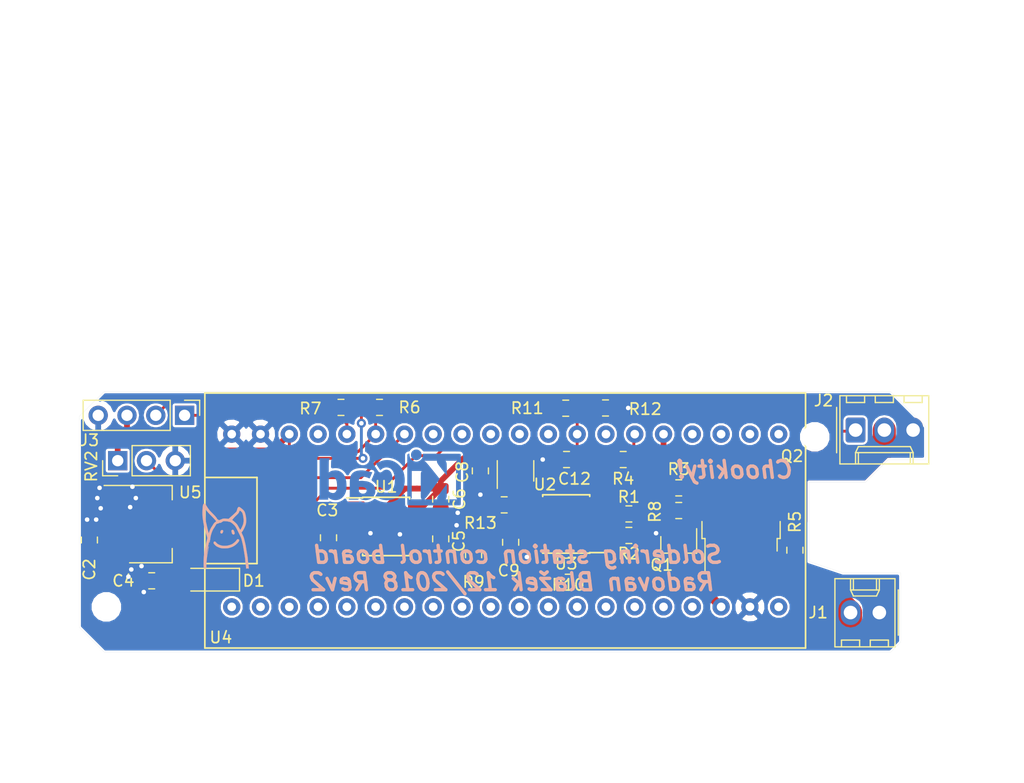
<source format=kicad_pcb>
(kicad_pcb (version 20190331) (host pcbnew "(5.1.0-193-gadf363747)")
  (layers (0 "F.Cu" signal) (31 "B.Cu" signal) (34 "B.Paste" user) (35 "F.Paste" user) (36 "B.SilkS" user) (37 "F.SilkS" user) (38 "B.Mask" user) (39 "F.Mask" user) (44 "Edge.Cuts" user))
  (net 0 "")
  (net 1 "+12V")
  (net 2 "Net-(Q1-Pad3)")
  (net 3 "GND")
  (net 4 "Net-(Q1-Pad1)")
  (net 5 "+3V3")
  (net 6 "/SCL")
  (net 7 "/SDA")
  (net 8 "/Heater_gate")
  (net 9 "Net-(R1-Pad2)")
  (net 10 "Net-(U1-Pad7)")
  (net 11 "Net-(C3-Pad2)")
  (net 12 "Net-(C3-Pad1)")
  (net 13 "Net-(U1-Pad1)")
  (net 14 "/Outer_shell_(TC-)")
  (net 15 "Net-(R10-Pad2)")
  (net 16 "Net-(R10-Pad1)")
  (net 17 "Net-(R2-Pad2)")
  (net 18 "/Vin_sense")
  (net 19 "+5V")
  (net 20 "-5V")
  (net 21 "Net-(U2-Pad3)")
  (net 22 "Net-(R4-Pad1)")
  (net 23 "Net-(C4-Pad1)")
  (net 24 "Net-(U4-PadNRST)")
  (net 25 "Net-(U4-PadPB0)")
  (net 26 "Net-(U4-PadPA7)")
  (net 27 "Net-(U4-PadPA6)")
  (net 28 "Net-(U4-PadPA5)")
  (net 29 "Net-(U4-PadPA4)")
  (net 30 "/Tip_temperature")
  (net 31 "Net-(U4-PadPC15)")
  (net 32 "Net-(U4-PadPC14)")
  (net 33 "Net-(U4-PadPC13)")
  (net 34 "Net-(U4-PadVBAT)")
  (net 35 "Net-(U4-PadPB9)")
  (net 36 "Net-(U4-PadPB8)")
  (net 37 "Net-(U4-PadPB5)")
  (net 38 "Net-(U4-PadPB4)")
  (net 39 "Net-(U4-PadPB3)")
  (net 40 "Net-(U4-PadPA12)")
  (net 41 "Net-(U4-PadPA11)")
  (net 42 "Net-(U4-PadPA10)")
  (net 43 "Net-(U4-PadPA9)")
  (net 44 "Net-(U4-PadPA8)")
  (net 45 "Net-(U4-PadPB15)")
  (net 46 "Net-(U4-PadPB14)")
  (net 47 "Net-(U4-PadPB13)")
  (net 48 "Net-(U4-PadPB12)")
  (net 49 "/Ring_(Heater)")
  (net 50 "/Potentiometer")
  (net 51 "Net-(U4-PadPB7)")
  (net 52 "Net-(U4-PadPB6)")
  (net 53 "Net-(U4-PadPA15)")
  (net 54 "Net-(U4-PadPA2)")
  (net 55 "Net-(R13-Pad1)")
  (net 56 "/Core_(Heater&TC+)")
  (module "Moje:BLUEPILL" (layer "F.Cu") (at 143.19 89.38 90)
    (fp_text reference "U4" (at -10.32 -25.09 180) (layer "F.SilkS"))
    (fp_text value "BluePill")
    (pad "5V" thru_hole circle (at -7.62 19.05 90) (size 1.524 1.524) (drill 0.762) (layers *.Cu *.Mask) (net 19 "+5V"))
    (pad "G" thru_hole circle (at 7.62 -24.13 90) (size 1.524 1.524) (drill 0.762) (layers *.Cu *.Mask) (net 3 "GND"))
    (pad "G" thru_hole circle (at 7.62 -21.59 90) (size 1.524 1.524) (drill 0.762) (layers *.Cu *.Mask) (net 3 "GND"))
    (pad "3V3" thru_hole circle (at 7.62 -19.05 90) (size 1.524 1.524) (drill 0.762) (layers *.Cu *.Mask) (net 5 "+3V3"))
    (pad "NRST" thru_hole circle (at 7.62 -16.51 90) (size 1.524 1.524) (drill 0.762) (layers *.Cu *.Mask) (net 24 "Net-(U4-PadNRST)"))
    (pad "PB11" thru_hole circle (at 7.62 -13.97 90) (size 1.524 1.524) (drill 0.762) (layers *.Cu *.Mask) (net 7 "/SDA"))
    (pad "PB10" thru_hole circle (at 7.62 -11.43 90) (size 1.524 1.524) (drill 0.762) (layers *.Cu *.Mask) (net 6 "/SCL"))
    (pad "PB1" thru_hole circle (at 7.62 -8.89 90) (size 1.524 1.524) (drill 0.762) (layers *.Cu *.Mask) (net 50 "/Potentiometer"))
    (pad "PB0" thru_hole circle (at 7.62 -6.35 90) (size 1.524 1.524) (drill 0.762) (layers *.Cu *.Mask) (net 25 "Net-(U4-PadPB0)"))
    (pad "PA7" thru_hole circle (at 7.62 -3.81 90) (size 1.524 1.524) (drill 0.762) (layers *.Cu *.Mask) (net 26 "Net-(U4-PadPA7)"))
    (pad "PA6" thru_hole circle (at 7.62 -1.27 90) (size 1.524 1.524) (drill 0.762) (layers *.Cu *.Mask) (net 27 "Net-(U4-PadPA6)"))
    (pad "PA5" thru_hole circle (at 7.62 1.27 90) (size 1.524 1.524) (drill 0.762) (layers *.Cu *.Mask) (net 28 "Net-(U4-PadPA5)"))
    (pad "PA4" thru_hole circle (at 7.62 3.81 90) (size 1.524 1.524) (drill 0.762) (layers *.Cu *.Mask) (net 29 "Net-(U4-PadPA4)"))
    (pad "PA3" thru_hole circle (at 7.62 6.35 90) (size 1.524 1.524) (drill 0.762) (layers *.Cu *.Mask) (net 18 "/Vin_sense"))
    (pad "PA2" thru_hole circle (at 7.62 8.89 90) (size 1.524 1.524) (drill 0.762) (layers *.Cu *.Mask) (net 54 "Net-(U4-PadPA2)"))
    (pad "PA1" thru_hole circle (at 7.62 11.43 90) (size 1.524 1.524) (drill 0.762) (layers *.Cu *.Mask) (net 30 "/Tip_temperature"))
    (pad "PA0" thru_hole circle (at 7.62 13.97 90) (size 1.524 1.524) (drill 0.762) (layers *.Cu *.Mask) (net 8 "/Heater_gate"))
    (pad "PC15" thru_hole circle (at 7.62 16.51 90) (size 1.524 1.524) (drill 0.762) (layers *.Cu *.Mask) (net 31 "Net-(U4-PadPC15)"))
    (pad "PC14" thru_hole circle (at 7.62 19.05 90) (size 1.524 1.524) (drill 0.762) (layers *.Cu *.Mask) (net 32 "Net-(U4-PadPC14)"))
    (pad "PC13" thru_hole circle (at 7.62 21.59 90) (size 1.524 1.524) (drill 0.762) (layers *.Cu *.Mask) (net 33 "Net-(U4-PadPC13)"))
    (pad "VBAT" thru_hole circle (at 7.62 24.13 90) (size 1.524 1.524) (drill 0.762) (layers *.Cu *.Mask) (net 34 "Net-(U4-PadVBAT)"))
    (pad "3V3" thru_hole circle (at -7.62 24.13 90) (size 1.524 1.524) (drill 0.762) (layers *.Cu *.Mask) (net 5 "+3V3"))
    (pad "G" thru_hole circle (at -7.62 21.59 90) (size 1.524 1.524) (drill 0.762) (layers *.Cu *.Mask) (net 3 "GND"))
    (pad "PB9" thru_hole circle (at -7.62 16.51 90) (size 1.524 1.524) (drill 0.762) (layers *.Cu *.Mask) (net 35 "Net-(U4-PadPB9)"))
    (pad "PB8" thru_hole circle (at -7.62 13.97 90) (size 1.524 1.524) (drill 0.762) (layers *.Cu *.Mask) (net 36 "Net-(U4-PadPB8)"))
    (pad "PB7" thru_hole circle (at -7.62 11.43 90) (size 1.524 1.524) (drill 0.762) (layers *.Cu *.Mask) (net 51 "Net-(U4-PadPB7)"))
    (pad "PB6" thru_hole circle (at -7.62 8.89 90) (size 1.524 1.524) (drill 0.762) (layers *.Cu *.Mask) (net 52 "Net-(U4-PadPB6)"))
    (pad "PB5" thru_hole circle (at -7.62 6.35 90) (size 1.524 1.524) (drill 0.762) (layers *.Cu *.Mask) (net 37 "Net-(U4-PadPB5)"))
    (pad "PB4" thru_hole circle (at -7.62 3.81 90) (size 1.524 1.524) (drill 0.762) (layers *.Cu *.Mask) (net 38 "Net-(U4-PadPB4)"))
    (pad "PB3" thru_hole circle (at -7.62 1.27 90) (size 1.524 1.524) (drill 0.762) (layers *.Cu *.Mask) (net 39 "Net-(U4-PadPB3)"))
    (pad "PA15" thru_hole circle (at -7.62 -1.27 90) (size 1.524 1.524) (drill 0.762) (layers *.Cu *.Mask) (net 53 "Net-(U4-PadPA15)"))
    (pad "PA12" thru_hole circle (at -7.62 -3.81 90) (size 1.524 1.524) (drill 0.762) (layers *.Cu *.Mask) (net 40 "Net-(U4-PadPA12)"))
    (pad "PA11" thru_hole circle (at -7.62 -6.35 90) (size 1.524 1.524) (drill 0.762) (layers *.Cu *.Mask) (net 41 "Net-(U4-PadPA11)"))
    (pad "PA10" thru_hole circle (at -7.62 -8.89 90) (size 1.524 1.524) (drill 0.762) (layers *.Cu *.Mask) (net 42 "Net-(U4-PadPA10)"))
    (pad "PA9" thru_hole circle (at -7.62 -11.43 90) (size 1.524 1.524) (drill 0.762) (layers *.Cu *.Mask) (net 43 "Net-(U4-PadPA9)"))
    (pad "PA8" thru_hole circle (at -7.62 -13.97 90) (size 1.524 1.524) (drill 0.762) (layers *.Cu *.Mask) (net 44 "Net-(U4-PadPA8)"))
    (pad "PB15" thru_hole circle (at -7.62 -16.51 90) (size 1.524 1.524) (drill 0.762) (layers *.Cu *.Mask) (net 45 "Net-(U4-PadPB15)"))
    (pad "PB14" thru_hole circle (at -7.62 -19.05 90) (size 1.524 1.524) (drill 0.762) (layers *.Cu *.Mask) (net 46 "Net-(U4-PadPB14)"))
    (pad "PB13" thru_hole circle (at -7.62 -21.59 90) (size 1.524 1.524) (drill 0.762) (layers *.Cu *.Mask) (net 47 "Net-(U4-PadPB13)"))
    (pad "PB12" thru_hole circle (at -7.62 -24.13 90) (size 1.524 1.524) (drill 0.762) (layers *.Cu *.Mask) (net 48 "Net-(U4-PadPB12)"))
  )
  (module "Symbol:KiCad-Logo_5mm_Copper" (layer "B.Cu") (at 133 86.1 180)
    (fp_text reference "REF**" hide)
    (fp_text value "KiCad-Logo_5mm_Copper")
    (fp_poly (pts (xy -2.273043 2.973429) (xy -2.176768 2.949191) (xy -2.090184 2.906359) (xy -2.015373 2.846581) (xy -1.954418 2.771506) (xy -1.909399 2.68278) (xy -1.883136 2.58647) (xy -1.877286 2.489205) (xy -1.89214 2.395346) (xy -1.92584 2.307489) (xy -1.976528 2.22823) (xy -2.042345 2.160164) (xy -2.121434 2.105888) (xy -2.211934 2.067998) (xy -2.2632 2.055574) (xy -2.307698 2.048053) (xy -2.341999 2.045081) (xy -2.37496 2.046906) (xy -2.415434 2.053775) (xy -2.448531 2.06075) (xy -2.541947 2.092259) (xy -2.625619 2.143383) (xy -2.697665 2.212571) (xy -2.7562 2.298272) (xy -2.770148 2.325511) (xy -2.786586 2.361878) (xy -2.796894 2.392418) (xy -2.80246 2.42455) (xy -2.804669 2.465693) (xy -2.804948 2.511778) (xy -2.800861 2.596135) (xy -2.787446 2.665414) (xy -2.762256 2.726039) (xy -2.722846 2.784433) (xy -2.684298 2.828698) (xy -2.612406 2.894516) (xy -2.537313 2.939947) (xy -2.454562 2.96715) (xy -2.376928 2.977424) (xy -2.273043 2.973429)) (layer "B.Cu") (width 0.01))
    (fp_poly (pts (xy 6.186507 0.527755) (xy 6.186526 0.293338) (xy 6.186552 0.080397) (xy 6.186625 -0.112168) (xy 6.186782 -0.285459) (xy 6.187064 -0.440576) (xy 6.187509 -0.57862) (xy 6.188156 -0.700692) (xy 6.189045 -0.807894) (xy 6.190213 -0.901326) (xy 6.191701 -0.98209) (xy 6.193546 -1.051286) (xy 6.195789 -1.110015) (xy 6.198469 -1.159379) (xy 6.201623 -1.200478) (xy 6.205292 -1.234413) (xy 6.209513 -1.262286) (xy 6.214327 -1.285198) (xy 6.219773 -1.304249) (xy 6.225888 -1.32054) (xy 6.232712 -1.335173) (xy 6.240285 -1.349249) (xy 6.248645 -1.363868) (xy 6.253839 -1.372974) (xy 6.288104 -1.433689) (xy 5.429955 -1.433689) (xy 5.429955 -1.337733) (xy 5.429224 -1.29437) (xy 5.427272 -1.261205) (xy 5.424463 -1.243424) (xy 5.423221 -1.241778) (xy 5.411799 -1.248662) (xy 5.389084 -1.266505) (xy 5.366385 -1.285879) (xy 5.3118 -1.326614) (xy 5.242321 -1.367617) (xy 5.16527 -1.405123) (xy 5.087965 -1.435364) (xy 5.057113 -1.445012) (xy 4.988616 -1.459578) (xy 4.905764 -1.469539) (xy 4.816371 -1.474583) (xy 4.728248 -1.474396) (xy 4.649207 -1.468666) (xy 4.611511 -1.462858) (xy 4.473414 -1.424797) (xy 4.346113 -1.367073) (xy 4.230292 -1.290211) (xy 4.126637 -1.194739) (xy 4.035833 -1.081179) (xy 3.969031 -0.970381) (xy 3.914164 -0.853625) (xy 3.872163 -0.734276) (xy 3.842167 -0.608283) (xy 3.823311 -0.471594) (xy 3.814732 -0.320158) (xy 3.814006 -0.242711) (xy 3.8161 -0.185934) (xy 4.645217 -0.185934) (xy 4.645424 -0.279002) (xy 4.648337 -0.366692) (xy 4.654 -0.443772) (xy 4.662455 -0.505009) (xy 4.665038 -0.51735) (xy 4.69684 -0.624633) (xy 4.738498 -0.711658) (xy 4.790363 -0.778642) (xy 4.852781 -0.825805) (xy 4.9261 -0.853365) (xy 5.010669 -0.861541) (xy 5.106835 -0.850551) (xy 5.170311 -0.834829) (xy 5.219454 -0.816639) (xy 5.273583 -0.790791) (xy 5.314244 -0.767089) (xy 5.3848 -0.720721) (xy 5.3848 0.42947) (xy 5.317392 0.473038) (xy 5.238867 0.51396) (xy 5.154681 0.540611) (xy 5.069557 0.552535) (xy 4.988216 0.549278) (xy 4.91538 0.530385) (xy 4.883426 0.514816) (xy 4.825501 0.471819) (xy 4.776544 0.415047) (xy 4.73539 0.342425) (xy 4.700874 0.251879) (xy 4.671833 0.141334) (xy 4.670552 0.135467) (xy 4.660381 0.073212) (xy 4.652739 -0.004594) (xy 4.64767 -0.09272) (xy 4.645217 -0.185934) (xy 3.8161 -0.185934) (xy 3.821857 -0.029895) (xy 3.843802 0.165941) (xy 3.879786 0.344668) (xy 3.929759 0.506155) (xy 3.993668 0.650274) (xy 4.071462 0.776894) (xy 4.163089 0.885885) (xy 4.268497 0.977117) (xy 4.313662 1.008068) (xy 4.414611 1.064215) (xy 4.517901 1.103826) (xy 4.627989 1.127986) (xy 4.74933 1.137781) (xy 4.841836 1.136735) (xy 4.97149 1.125769) (xy 5.084084 1.103954) (xy 5.182875 1.070286) (xy 5.271121 1.023764) (xy 5.319986 0.989552) (xy 5.349353 0.967638) (xy 5.371043 0.952667) (xy 5.379253 0.948267) (xy 5.380868 0.959096) (xy 5.382159 0.989749) (xy 5.383138 1.037474) (xy 5.383817 1.099521) (xy 5.38421 1.173138) (xy 5.38433 1.255573) (xy 5.384188 1.344075) (xy 5.383797 1.435893) (xy 5.383171 1.528276) (xy 5.38232 1.618472) (xy 5.38126 1.703729) (xy 5.380001 1.781297) (xy 5.378556 1.848424) (xy 5.376938 1.902359) (xy 5.375161 1.94035) (xy 5.374669 1.947333) (xy 5.367092 2.017749) (xy 5.355531 2.072898) (xy 5.337792 2.120019) (xy 5.311682 2.166353) (xy 5.305415 2.175933) (xy 5.280983 2.212622) (xy 6.186311 2.212622) (xy 6.186507 0.527755)) (layer "B.Cu") (width 0.01))
    (fp_poly (pts (xy 2.673574 1.133448) (xy 2.825492 1.113433) (xy 2.960756 1.079798) (xy 3.080239 1.032275) (xy 3.184815 0.970595) (xy 3.262424 0.907035) (xy 3.331265 0.832901) (xy 3.385006 0.753129) (xy 3.42791 0.660909) (xy 3.443384 0.617839) (xy 3.456244 0.578858) (xy 3.467446 0.542711) (xy 3.47712 0.507566) (xy 3.485396 0.47159) (xy 3.492403 0.43295) (xy 3.498272 0.389815) (xy 3.503131 0.340351) (xy 3.50711 0.282727) (xy 3.51034 0.215109) (xy 3.512949 0.135666) (xy 3.515067 0.042564) (xy 3.516824 -0.066027) (xy 3.518349 -0.191942) (xy 3.519772 -0.337012) (xy 3.521025 -0.479778) (xy 3.522351 -0.635968) (xy 3.523556 -0.771239) (xy 3.524766 -0.887246) (xy 3.526106 -0.985645) (xy 3.5277 -1.068093) (xy 3.529675 -1.136246) (xy 3.532156 -1.19176) (xy 3.535269 -1.236292) (xy 3.539138 -1.271498) (xy 3.543889 -1.299034) (xy 3.549648 -1.320556) (xy 3.556539 -1.337722) (xy 3.564689 -1.352186) (xy 3.574223 -1.365606) (xy 3.585266 -1.379638) (xy 3.589566 -1.385071) (xy 3.605386 -1.40791) (xy 3.612422 -1.423463) (xy 3.612444 -1.423922) (xy 3.601567 -1.426121) (xy 3.570582 -1.428147) (xy 3.521957 -1.429942) (xy 3.458163 -1.431451) (xy 3.381669 -1.432616) (xy 3.294944 -1.43338) (xy 3.200457 -1.433686) (xy 3.18955 -1.433689) (xy 2.766657 -1.433689) (xy 2.763395 -1.337622) (xy 2.760133 -1.241556) (xy 2.698044 -1.292543) (xy 2.600714 -1.360057) (xy 2.490813 -1.414749) (xy 2.404349 -1.444978) (xy 2.335278 -1.459666) (xy 2.251925 -1.469659) (xy 2.162159 -1.474646) (xy 2.073845 -1.474313) (xy 1.994851 -1.468351) (xy 1.958622 -1.462638) (xy 1.818603 -1.424776) (xy 1.692178 -1.369932) (xy 1.58026 -1.298924) (xy 1.483762 -1.212568) (xy 1.4036 -1.111679) (xy 1.340687 -0.997076) (xy 1.296312 -0.870984) (xy 1.283978 -0.814401) (xy 1.276368 -0.752202) (xy 1.272739 -0.677363) (xy 1.272245 -0.643467) (xy 1.27231 -0.640282) (xy 2.032248 -0.640282) (xy 2.041541 -0.715333) (xy 2.069728 -0.77916) (xy 2.118197 -0.834798) (xy 2.123254 -0.839211) (xy 2.171548 -0.874037) (xy 2.223257 -0.89662) (xy 2.283989 -0.90854) (xy 2.359352 -0.911383) (xy 2.377459 -0.910978) (xy 2.431278 -0.908325) (xy 2.471308 -0.902909) (xy 2.506324 -0.892745) (xy 2.545103 -0.87585) (xy 2.555745 -0.870672) (xy 2.616396 -0.834844) (xy 2.663215 -0.792212) (xy 2.675952 -0.776973) (xy 2.720622 -0.720462) (xy 2.720622 -0.524586) (xy 2.720086 -0.445939) (xy 2.718396 -0.387988) (xy 2.715428 -0.348875) (xy 2.711057 -0.326741) (xy 2.706972 -0.320274) (xy 2.691047 -0.317111) (xy 2.657264 -0.314488) (xy 2.61034 -0.312655) (xy 2.554993 -0.311857) (xy 2.546106 -0.311842) (xy 2.42533 -0.317096) (xy 2.32266 -0.333263) (xy 2.236106 -0.360961) (xy 2.163681 -0.400808) (xy 2.108751 -0.447758) (xy 2.064204 -0.505645) (xy 2.03948 -0.568693) (xy 2.032248 -0.640282) (xy 1.27231 -0.640282) (xy 1.274178 -0.549712) (xy 1.282522 -0.470812) (xy 1.298768 -0.39959) (xy 1.324405 -0.328864) (xy 1.348401 -0.276493) (xy 1.40702 -0.181196) (xy 1.485117 -0.09317) (xy 1.580315 -0.014017) (xy 1.690238 0.05466) (xy 1.81251 0.111259) (xy 1.944755 0.154179) (xy 2.009422 0.169118) (xy 2.145604 0.191223) (xy 2.294049 0.205806) (xy 2.445505 0.212187) (xy 2.572064 0.210555) (xy 2.73395 0.203776) (xy 2.72653 0.262755) (xy 2.707238 0.361908) (xy 2.676104 0.442628) (xy 2.632269 0.505534) (xy 2.574871 0.551244) (xy 2.503048 0.580378) (xy 2.415941 0.593553) (xy 2.312686 0.591389) (xy 2.274711 0.587388) (xy 2.13352 0.56222) (xy 1.996707 0.521186) (xy 1.902178 0.483185) (xy 1.857018 0.46381) (xy 1.818585 0.44824) (xy 1.792234 0.438595) (xy 1.784546 0.436548) (xy 1.774802 0.445626) (xy 1.758083 0.474595) (xy 1.734232 0.523783) (xy 1.703093 0.593516) (xy 1.664507 0.684121) (xy 1.65791 0.699911) (xy 1.627853 0.772228) (xy 1.600874 0.837575) (xy 1.578136 0.893094) (xy 1.560806 0.935928) (xy 1.550048 0.963219) (xy 1.546941 0.972058) (xy 1.55694 0.976813) (xy 1.583217 0.98209) (xy 1.611489 0.985769) (xy 1.641646 0.990526) (xy 1.689433 0.999972) (xy 1.750612 1.01318) (xy 1.820946 1.029224) (xy 1.896194 1.04718) (xy 1.924755 1.054203) (xy 2.029816 1.079791) (xy 2.11748 1.099853) (xy 2.192068 1.115031) (xy 2.257903 1.125965) (xy 2.319307 1.133296) (xy 2.380602 1.137665) (xy 2.44611 1.139713) (xy 2.504128 1.140111) (xy 2.673574 1.133448)) (layer "B.Cu") (width 0.01))
    (fp_poly (pts (xy 0.328429 2.050929) (xy 0.48857 2.029755) (xy 0.65251 1.989615) (xy 0.822313 1.930111) (xy 1.000043 1.850846) (xy 1.01131 1.845301) (xy 1.069005 1.817275) (xy 1.120552 1.793198) (xy 1.162191 1.774751) (xy 1.190162 1.763614) (xy 1.199733 1.761067) (xy 1.21895 1.756059) (xy 1.223561 1.751853) (xy 1.218458 1.74142) (xy 1.202418 1.715132) (xy 1.177288 1.675743) (xy 1.144914 1.626009) (xy 1.107143 1.568685) (xy 1.065822 1.506524) (xy 1.022798 1.442282) (xy 0.979917 1.378715) (xy 0.939026 1.318575) (xy 0.901971 1.26462) (xy 0.8706 1.219603) (xy 0.846759 1.186279) (xy 0.832294 1.167403) (xy 0.830309 1.165213) (xy 0.820191 1.169862) (xy 0.79785 1.187038) (xy 0.76728 1.21356) (xy 0.751536 1.228036) (xy 0.655047 1.303318) (xy 0.548336 1.358759) (xy 0.432832 1.393859) (xy 0.309962 1.40812) (xy 0.240561 1.406949) (xy 0.119423 1.389788) (xy 0.010205 1.353906) (xy -0.087418 1.299041) (xy -0.173772 1.22493) (xy -0.249185 1.131312) (xy -0.313982 1.017924) (xy -0.351399 0.931333) (xy -0.395252 0.795634) (xy -0.427572 0.64815) (xy -0.448443 0.492686) (xy -0.457949 0.333044) (xy -0.456173 0.173027) (xy -0.443197 0.016439) (xy -0.419106 -0.132918) (xy -0.383982 -0.27124) (xy -0.337908 -0.394724) (xy -0.321627 -0.428978) (xy -0.25338 -0.543064) (xy -0.172921 -0.639557) (xy -0.08143 -0.71767) (xy 0.019911 -0.776617) (xy 0.12992 -0.815612) (xy 0.247415 -0.833868) (xy 0.288883 -0.835211) (xy 0.410441 -0.82429) (xy 0.530878 -0.791474) (xy 0.648666 -0.737439) (xy 0.762277 -0.662865) (xy 0.853685 -0.584539) (xy 0.900215 -0.540008) (xy 1.081483 -0.837271) (xy 1.12658 -0.911433) (xy 1.167819 -0.979646) (xy 1.203735 -1.039459) (xy 1.232866 -1.08842) (xy 1.25375 -1.124079) (xy 1.264924 -1.143984) (xy 1.266375 -1.147079) (xy 1.258146 -1.156718) (xy 1.232567 -1.173999) (xy 1.192873 -1.197283) (xy 1.142297 -1.224934) (xy 1.084074 -1.255315) (xy 1.021437 -1.28679) (xy 0.957621 -1.317722) (xy 0.89586 -1.346473) (xy 0.839388 -1.371408) (xy 0.791438 -1.390889) (xy 0.767986 -1.399318) (xy 0.634221 -1.437133) (xy 0.496327 -1.462136) (xy 0.348622 -1.47514) (xy 0.221833 -1.477468) (xy 0.153878 -1.476373) (xy 0.088277 -1.474275) (xy 0.030847 -1.471434) (xy -0.012597 -1.468106) (xy -0.026702 -1.466422) (xy -0.165716 -1.437587) (xy -0.307243 -1.392468) (xy -0.444725 -1.33375) (xy -0.571606 -1.26412) (xy -0.649111 -1.211441) (xy -0.776519 -1.103239) (xy -0.894822 -0.976671) (xy -1.001828 -0.834866) (xy -1.095348 -0.680951) (xy -1.17319 -0.518053) (xy -1.217044 -0.400756) (xy -1.267292 -0.217128) (xy -1.300791 -0.022581) (xy -1.317551 0.178675) (xy -1.317584 0.382432) (xy -1.300899 0.584479) (xy -1.267507 0.780608) (xy -1.21742 0.966609) (xy -1.213603 0.978197) (xy -1.150719 1.14025) (xy -1.073972 1.288168) (xy -0.980758 1.426135) (xy -0.868473 1.558339) (xy -0.824608 1.603601) (xy -0.688466 1.727543) (xy -0.548509 1.830085) (xy -0.402589 1.912344) (xy -0.248558 1.975436) (xy -0.084268 2.020477) (xy 0.011289 2.037967) (xy 0.170023 2.053534) (xy 0.328429 2.050929)) (layer "B.Cu") (width 0.01))
    (fp_poly (pts (xy -2.9464 2.510946) (xy -2.935535 2.397007) (xy -2.903918 2.289384) (xy -2.853015 2.190385) (xy -2.784293 2.102316) (xy -2.699219 2.027484) (xy -2.602232 1.969616) (xy -2.495964 1.929995) (xy -2.38895 1.911427) (xy -2.2833 1.912566) (xy -2.181125 1.93207) (xy -2.084534 1.968594) (xy -1.995638 2.020795) (xy -1.916546 2.087327) (xy -1.849369 2.166848) (xy -1.796217 2.258013) (xy -1.759199 2.359477) (xy -1.740427 2.469898) (xy -1.738489 2.519794) (xy -1.738489 2.607733) (xy -1.68656 2.607733) (xy -1.650253 2.604889) (xy -1.623355 2.593089) (xy -1.596249 2.569351) (xy -1.557867 2.530969) (xy -1.557867 0.339398) (xy -1.557876 0.077261) (xy -1.557908 -0.163241) (xy -1.557972 -0.383048) (xy -1.558076 -0.583101) (xy -1.558227 -0.764344) (xy -1.558434 -0.927716) (xy -1.558706 -1.07416) (xy -1.55905 -1.204617) (xy -1.559474 -1.320029) (xy -1.559987 -1.421338) (xy -1.560597 -1.509484) (xy -1.561312 -1.58541) (xy -1.56214 -1.650057) (xy -1.563089 -1.704367) (xy -1.564167 -1.74928) (xy -1.565383 -1.78574) (xy -1.566745 -1.814687) (xy -1.568261 -1.837063) (xy -1.569938 -1.853809) (xy -1.571786 -1.865868) (xy -1.573813 -1.87418) (xy -1.576025 -1.879687) (xy -1.577108 -1.881537) (xy -1.581271 -1.888549) (xy -1.584805 -1.894996) (xy -1.588635 -1.9009) (xy -1.593682 -1.906286) (xy -1.600871 -1.911178) (xy -1.611123 -1.915598) (xy -1.625364 -1.919572) (xy -1.644514 -1.923121) (xy -1.669499 -1.92627) (xy -1.70124 -1.929042) (xy -1.740662 -1.931461) (xy -1.788686 -1.933551) (xy -1.846237 -1.935335) (xy -1.914237 -1.936837) (xy -1.99361 -1.93808) (xy -2.085279 -1.939089) (xy -2.190166 -1.939885) (xy -2.309196 -1.940494) (xy -2.44329 -1.940939) (xy -2.593373 -1.941243) (xy -2.760367 -1.94143) (xy -2.945196 -1.941524) (xy -3.148783 -1.941548) (xy -3.37205 -1.941525) (xy -3.615922 -1.94148) (xy -3.881321 -1.941437) (xy -3.919704 -1.941432) (xy -4.186682 -1.941389) (xy -4.432002 -1.941318) (xy -4.656583 -1.941213) (xy -4.861345 -1.941066) (xy -5.047206 -1.940869) (xy -5.215088 -1.940616) (xy -5.365908 -1.9403) (xy -5.500587 -1.939913) (xy -5.620044 -1.939447) (xy -5.725199 -1.938897) (xy -5.816971 -1.938253) (xy -5.896279 -1.937511) (xy -5.964043 -1.936661) (xy -6.021182 -1.935697) (xy -6.068617 -1.934611) (xy -6.107266 -1.933397) (xy -6.138049 -1.932047) (xy -6.161885 -1.930555) (xy -6.179694 -1.928911) (xy -6.192395 -1.927111) (xy -6.200908 -1.925145) (xy -6.205266 -1.923477) (xy -6.213728 -1.919906) (xy -6.221497 -1.91727) (xy -6.228602 -1.914634) (xy -6.235073 -1.911062) (xy -6.240939 -1.905621) (xy -6.246229 -1.897375) (xy -6.250974 -1.88539) (xy -6.255202 -1.868731) (xy -6.258943 -1.846463) (xy -6.262227 -1.817652) (xy -6.265083 -1.781363) (xy -6.26754 -1.736661) (xy -6.269629 -1.682611) (xy -6.271378 -1.618279) (xy -6.272817 -1.54273) (xy -6.273976 -1.45503) (xy -6.274883 -1.354243) (xy -6.275569 -1.239434) (xy -6.276063 -1.10967) (xy -6.276395 -0.964015) (xy -6.276593 -0.801535) (xy -6.276687 -0.621295) (xy -6.276708 -0.42236) (xy -6.276685 -0.203796) (xy -6.276646 0.035332) (xy -6.276622 0.29596) (xy -6.276622 0.338111) (xy -6.276636 0.601008) (xy -6.276661 0.842268) (xy -6.276671 1.062835) (xy -6.276642 1.263648) (xy -6.276548 1.445651) (xy -6.276362 1.609784) (xy -6.276059 1.756989) (xy -6.275614 1.888208) (xy -6.275034 1.998133) (xy -5.972197 1.998133) (xy -5.932407 1.940289) (xy -5.921236 1.924521) (xy -5.911166 1.910559) (xy -5.902138 1.897216) (xy -5.894097 1.883307) (xy -5.886986 1.867644) (xy -5.880747 1.849042) (xy -5.875325 1.826314) (xy -5.870662 1.798273) (xy -5.866701 1.763733) (xy -5.863385 1.721508) (xy -5.860659 1.670411) (xy -5.858464 1.609256) (xy -5.856745 1.536856) (xy -5.855444 1.452025) (xy -5.854505 1.353578) (xy -5.85387 1.240326) (xy -5.853484 1.111084) (xy -5.853288 0.964666) (xy -5.853227 0.799884) (xy -5.853243 0.615553) (xy -5.85328 0.410487) (xy -5.853289 0.287867) (xy -5.853265 0.070918) (xy -5.853231 -0.124642) (xy -5.853243 -0.299999) (xy -5.853358 -0.456341) (xy -5.85363 -0.594857) (xy -5.854118 -0.716734) (xy -5.854876 -0.82316) (xy -5.855962 -0.915322) (xy -5.857431 -0.994409) (xy -5.85934 -1.061608) (xy -5.861744 -1.118107) (xy -5.864701 -1.165093) (xy -5.868266 -1.203755) (xy -5.872495 -1.23528) (xy -5.877446 -1.260855) (xy -5.883173 -1.28167) (xy -5.889733 -1.298911) (xy -5.897183 -1.313765) (xy -5.905579 -1.327422) (xy -5.914976 -1.341069) (xy -5.925432 -1.355893) (xy -5.931523 -1.364783) (xy -5.970296 -1.4224) (xy -5.438732 -1.4224) (xy -5.315483 -1.422365) (xy -5.212987 -1.422215) (xy -5.12942 -1.421878) (xy -5.062956 -1.421286) (xy -5.011771 -1.420367) (xy -4.974041 -1.419051) (xy -4.94794 -1.417269) (xy -4.931644 -1.414951) (xy -4.923328 -1.412026) (xy -4.921168 -1.408424) (xy -4.923339 -1.404075) (xy -4.924535 -1.402645) (xy -4.949685 -1.365573) (xy -4.975583 -1.312772) (xy -4.999192 -1.25077) (xy -5.007461 -1.224357) (xy -5.012078 -1.206416) (xy -5.015979 -1.185355) (xy -5.019248 -1.159089) (xy -5.021966 -1.125532) (xy -5.024215 -1.082599) (xy -5.026077 -1.028204) (xy -5.027636 -0.960262) (xy -5.028972 -0.876688) (xy -5.030169 -0.775395) (xy -5.031308 -0.6543) (xy -5.031685 -0.6096) (xy -5.032702 -0.484449) (xy -5.03346 -0.380082) (xy -5.033903 -0.294707) (xy -5.03397 -0.226533) (xy -5.033605 -0.173765) (xy -5.032748 -0.134614) (xy -5.031341 -0.107285) (xy -5.029325 -0.089986) (xy -5.026643 -0.080926) (xy -5.023236 -0.078312) (xy -5.019044 -0.080351) (xy -5.014571 -0.084667) (xy -5.004216 -0.097602) (xy -4.982158 -0.126676) (xy -4.949957 -0.169759) (xy -4.909174 -0.224718) (xy -4.86137 -0.289423) (xy -4.808105 -0.361742) (xy -4.75094 -0.439544) (xy -4.691437 -0.520698) (xy -4.631155 -0.603072) (xy -4.571655 -0.684536) (xy -4.514498 -0.762957) (xy -4.461245 -0.836204) (xy -4.413457 -0.902147) (xy -4.372693 -0.958654) (xy -4.340516 -1.003593) (xy -4.318485 -1.034834) (xy -4.313917 -1.041466) (xy -4.290996 -1.078369) (xy -4.264188 -1.126359) (xy -4.238789 -1.175897) (xy -4.235568 -1.182577) (xy -4.21389 -1.230772) (xy -4.201304 -1.268334) (xy -4.195574 -1.30416) (xy -4.194456 -1.3462) (xy -4.19509 -1.4224) (xy -3.040651 -1.4224) (xy -3.131815 -1.328669) (xy -3.178612 -1.278775) (xy -3.228899 -1.222295) (xy -3.274944 -1.168026) (xy -3.295369 -1.142673) (xy -3.325807 -1.103128) (xy -3.365862 -1.049916) (xy -3.414361 -0.984667) (xy -3.470135 -0.909011) (xy -3.532011 -0.824577) (xy -3.598819 -0.732994) (xy -3.669387 -0.635892) (xy -3.742545 -0.534901) (xy -3.817121 -0.43165) (xy -3.891944 -0.327768) (xy -3.965843 -0.224885) (xy -4.037646 -0.124631) (xy -4.106184 -0.028636) (xy -4.170284 0.061473) (xy -4.228775 0.144064) (xy -4.280486 0.217508) (xy -4.324247 0.280176) (xy -4.358885 0.330439) (xy -4.38323 0.366666) (xy -4.396111 0.387229) (xy -4.397869 0.391332) (xy -4.38991 0.402658) (xy -4.369115 0.429838) (xy -4.336847 0.471171) (xy -4.29447 0.524956) (xy -4.243347 0.589494) (xy -4.184841 0.663082) (xy -4.120314 0.744022) (xy -4.051131 0.830612) (xy -3.978653 0.921152) (xy -3.904246 1.01394) (xy -3.844517 1.088298) (xy -2.833511 1.088298) (xy -2.827602 1.075341) (xy -2.813272 1.053092) (xy -2.812225 1.051609) (xy -2.793438 1.021456) (xy -2.773791 0.984625) (xy -2.769892 0.976489) (xy -2.766356 0.96806) (xy -2.76323 0.957941) (xy -2.760486 0.94474) (xy -2.758092 0.927062) (xy -2.756019 0.903516) (xy -2.754235 0.872707) (xy -2.752712 0.833243) (xy -2.751419 0.783731) (xy -2.750326 0.722777) (xy -2.749403 0.648989) (xy -2.748619 0.560972) (xy -2.747945 0.457335) (xy -2.74735 0.336684) (xy -2.746805 0.197626) (xy -2.746279 0.038768) (xy -2.745745 -0.140089) (xy -2.745206 -0.325207) (xy -2.744772 -0.489145) (xy -2.744509 -0.633303) (xy -2.744484 -0.759079) (xy -2.744765 -0.867871) (xy -2.745419 -0.961077) (xy -2.746514 -1.040097) (xy -2.748118 -1.106328) (xy -2.750297 -1.16117) (xy -2.753119 -1.206021) (xy -2.756651 -1.242278) (xy -2.760961 -1.271341) (xy -2.766117 -1.294609) (xy -2.772185 -1.313479) (xy -2.779233 -1.329351) (xy -2.787329 -1.343622) (xy -2.79654 -1.357691) (xy -2.80504 -1.370158) (xy -2.822176 -1.396452) (xy -2.832322 -1.414037) (xy -2.833511 -1.417257) (xy -2.822604 -1.418334) (xy -2.791411 -1.419335) (xy -2.742223 -1.420235) (xy -2.677333 -1.42101) (xy -2.59903 -1.421637) (xy -2.509607 -1.422091) (xy -2.411356 -1.422349) (xy -2.342445 -1.4224) (xy -2.237452 -1.42218) (xy -2.14061 -1.421548) (xy -2.054107 -1.420549) (xy -1.980132 -1.419227) (xy -1.920874 -1.417626) (xy -1.87852 -1.415791) (xy -1.85526 -1.413765) (xy -1.851378 -1.412493) (xy -1.859076 -1.397591) (xy -1.867074 -1.38956) (xy -1.880246 -1.372434) (xy -1.897485 -1.342183) (xy -1.909407 -1.317622) (xy -1.936045 -1.258711) (xy -1.93912 -0.081845) (xy -1.942195 1.095022) (xy -2.387853 1.095022) (xy -2.48567 1.094858) (xy -2.576064 1.094389) (xy -2.65663 1.093653) (xy -2.724962 1.092684) (xy -2.778656 1.09152) (xy -2.815305 1.090197) (xy -2.832504 1.088751) (xy -2.833511 1.088298) (xy -3.844517 1.088298) (xy -3.82927 1.107278) (xy -3.75509 1.199463) (xy -3.683069 1.288796) (xy -3.614569 1.373576) (xy -3.550955 1.452102) (xy -3.493588 1.522674) (xy -3.443833 1.583591) (xy -3.403052 1.633153) (xy -3.385888 1.653822) (xy -3.299596 1.754484) (xy -3.222997 1.837741) (xy -3.154183 1.905562) (xy -3.091248 1.959911) (xy -3.081867 1.967278) (xy -3.042356 1.997883) (xy -4.174116 1.998133) (xy -4.168827 1.950156) (xy -4.17213 1.892812) (xy -4.193661 1.824537) (xy -4.233635 1.744788) (xy -4.278943 1.672505) (xy -4.295161 1.64986) (xy -4.323214 1.612304) (xy -4.36143 1.561979) (xy -4.408137 1.501027) (xy -4.461661 1.431589) (xy -4.520331 1.355806) (xy -4.582475 1.27582) (xy -4.646421 1.193772) (xy -4.710495 1.111804) (xy -4.773027 1.032057) (xy -4.832343 0.956673) (xy -4.886771 0.887793) (xy -4.934639 0.827558) (xy -4.974275 0.778111) (xy -5.004006 0.741592) (xy -5.022161 0.720142) (xy -5.02522 0.716844) (xy -5.028079 0.724851) (xy -5.030293 0.755145) (xy -5.031857 0.807444) (xy -5.032767 0.881469) (xy -5.03302 0.976937) (xy -5.032613 1.093566) (xy -5.031704 1.213555) (xy -5.030382 1.345667) (xy -5.028857 1.457406) (xy -5.026881 1.550975) (xy -5.024206 1.628581) (xy -5.020582 1.692426) (xy -5.015761 1.744717) (xy -5.009494 1.787656) (xy -5.001532 1.823449) (xy -4.991627 1.8543) (xy -4.979531 1.882414) (xy -4.964993 1.909995) (xy -4.950311 1.935034) (xy -4.912314 1.998133) (xy -5.972197 1.998133) (xy -6.275034 1.998133) (xy -6.275001 2.004383) (xy -6.274195 2.106456) (xy -6.27317 2.195367) (xy -6.2719 2.272059) (xy -6.27036 2.337473) (xy -6.268524 2.392551) (xy -6.266367 2.438235) (xy -6.263863 2.475466) (xy -6.260987 2.505187) (xy -6.257713 2.528338) (xy -6.254015 2.545861) (xy -6.249869 2.558699) (xy -6.245247 2.567792) (xy -6.240126 2.574082) (xy -6.234478 2.578512) (xy -6.228279 2.582022) (xy -6.221504 2.585555) (xy -6.215508 2.589124) (xy -6.210275 2.5917) (xy -6.202099 2.594028) (xy -6.189886 2.596122) (xy -6.172541 2.597993) (xy -6.148969 2.599653) (xy -6.118077 2.601116) (xy -6.078768 2.602392) (xy -6.02995 2.603496) (xy -5.970527 2.604439) (xy -5.899404 2.605233) (xy -5.815488 2.605891) (xy -5.717683 2.606425) (xy -5.604894 2.606847) (xy -5.476029 2.607171) (xy -5.329991 2.607408) (xy -5.165686 2.60757) (xy -4.98202 2.60767) (xy -4.777897 2.60772) (xy -4.566753 2.607733) (xy -2.9464 2.607733) (xy -2.9464 2.510946)) (layer "B.Cu") (width 0.01))
  )
  (module "Symbol:KiCad-Logo_5mm_SolderMask" (layer "B.Cu") (at 133 86.1 180)
    (fp_text reference "REF**" hide)
    (fp_text value "KiCad-Logo_5mm_SolderMask")
  )
  (module "MountingHole:MountingHole_2.2mm_M2" (layer "F.Cu") (at 170.5 82)
    (fp_text reference "H2" hide)
    (fp_text value "MountingHole")
    (pad "1" np_thru_hole circle (at 0 0) (size 2.2 2.2) (drill 2.2) (layers *.Cu *.Mask))
  )
  (module "MountingHole:MountingHole_2.2mm_M2" (layer "F.Cu") (at 108 97)
    (fp_text reference "H1" hide)
    (fp_text value "MountingHole")
    (pad "1" np_thru_hole circle (at 0 0) (size 2.2 2.2) (drill 2.2) (layers *.Cu *.Mask))
  )
  (module "Package_SO:SOIC-8_3.9x4.9mm_P1.27mm" (layer "F.Cu") (at 148.574 89.686 180)
    (fp_text reference "U3" (at 0 -3.5 180) (layer "F.SilkS"))
    (fp_text value "AD620")
    (pad "8" smd rect (at 2.7 -1.905 180) (size 1.55 0.6) (layers "F.Cu" "F.Paste" "F.Mask") (net 15 "Net-(R10-Pad2)"))
    (pad "7" smd rect (at 2.7 -0.635 180) (size 1.55 0.6) (layers "F.Cu" "F.Paste" "F.Mask") (net 19 "+5V"))
    (pad "6" smd rect (at 2.7 0.635 180) (size 1.55 0.6) (layers "F.Cu" "F.Paste" "F.Mask") (net 22 "Net-(R4-Pad1)"))
    (pad "5" smd rect (at 2.7 1.905 180) (size 1.55 0.6) (layers "F.Cu" "F.Paste" "F.Mask") (net 21 "Net-(U2-Pad3)"))
    (pad "4" smd rect (at -2.7 1.905 180) (size 1.55 0.6) (layers "F.Cu" "F.Paste" "F.Mask") (net 20 "-5V"))
    (pad "3" smd rect (at -2.7 0.635 180) (size 1.55 0.6) (layers "F.Cu" "F.Paste" "F.Mask") (net 9 "Net-(R1-Pad2)"))
    (pad "2" smd rect (at -2.7 -0.635 180) (size 1.55 0.6) (layers "F.Cu" "F.Paste" "F.Mask") (net 17 "Net-(R2-Pad2)"))
    (pad "1" smd rect (at -2.7 -1.905 180) (size 1.55 0.6) (layers "F.Cu" "F.Paste" "F.Mask") (net 16 "Net-(R10-Pad1)"))
  )
  (module "Package_SO:SOIC-8_3.9x4.9mm_P1.27mm" (layer "F.Cu") (at 132.686 89.906)
    (fp_text reference "U1" (at 0 -3.5) (layer "F.SilkS"))
    (fp_text value "ICL7660")
    (pad "8" smd rect (at 2.7 -1.905) (size 1.55 0.6) (layers "F.Cu" "F.Paste" "F.Mask") (net 19 "+5V"))
    (pad "7" smd rect (at 2.7 -0.635) (size 1.55 0.6) (layers "F.Cu" "F.Paste" "F.Mask") (net 10 "Net-(U1-Pad7)"))
    (pad "6" smd rect (at 2.7 0.635) (size 1.55 0.6) (layers "F.Cu" "F.Paste" "F.Mask") (net 3 "GND"))
    (pad "5" smd rect (at 2.7 1.905) (size 1.55 0.6) (layers "F.Cu" "F.Paste" "F.Mask") (net 20 "-5V"))
    (pad "4" smd rect (at -2.7 1.905) (size 1.55 0.6) (layers "F.Cu" "F.Paste" "F.Mask") (net 11 "Net-(C3-Pad2)"))
    (pad "3" smd rect (at -2.7 0.635) (size 1.55 0.6) (layers "F.Cu" "F.Paste" "F.Mask") (net 3 "GND"))
    (pad "2" smd rect (at -2.7 -0.635) (size 1.55 0.6) (layers "F.Cu" "F.Paste" "F.Mask") (net 12 "Net-(C3-Pad1)"))
    (pad "1" smd rect (at -2.7 -1.905) (size 1.55 0.6) (layers "F.Cu" "F.Paste" "F.Mask") (net 13 "Net-(U1-Pad1)"))
  )
  (module "Package_TO_SOT_SMD:TO-252-3_TabPin2" (layer "F.Cu") (at 164 88.5 90)
    (fp_text reference "Q2" (at 4.8 4.5 180) (layer "F.SilkS"))
    (fp_text value "IRFR9024N")
    (pad "2" smd rect (at 2.1 0 90) (size 6.4 5.8) (layers "F.Cu" "F.Mask") (net 49 "/Ring_(Heater)"))
    (pad "3" smd rect (at -4.2 2.28 90) (size 2.2 1.2) (layers "F.Cu" "F.Paste" "F.Mask") (net 1 "+12V"))
    (pad "2" smd rect (at -4.2 0 90) (size 2.2 1.2) (layers "F.Cu" "F.Paste" "F.Mask") (net 49 "/Ring_(Heater)"))
    (pad "1" smd rect (at -4.2 -2.28 90) (size 2.2 1.2) (layers "F.Cu" "F.Paste" "F.Mask") (net 2 "Net-(Q1-Pad3)"))
  )
  (module "Package_TO_SOT_SMD:SOT-23" (layer "F.Cu") (at 158.5 91.5 270)
    (fp_text reference "Q1" (at 1.8 1.5) (layer "F.SilkS"))
    (fp_text value "BSS138")
    (pad "3" smd rect (at 1 0 270) (size 0.9 0.8) (layers "F.Cu" "F.Paste" "F.Mask") (net 2 "Net-(Q1-Pad3)"))
    (pad "2" smd rect (at -1 0.95 270) (size 0.9 0.8) (layers "F.Cu" "F.Paste" "F.Mask") (net 3 "GND"))
    (pad "1" smd rect (at -1 -0.95 270) (size 0.9 0.8) (layers "F.Cu" "F.Paste" "F.Mask") (net 4 "Net-(Q1-Pad1)"))
  )
  (module "Connector_Molex:Molex_KK-254_AE-6410-03A_1x03_P2.54mm_Vertical" (layer "F.Cu") (at 174.1 81.4)
    (fp_text reference "J2" (at -2.82 -2.6) (layer "F.SilkS"))
    (fp_text value "JBC_handle")
    (pad "3" thru_hole oval (at 5.08 0) (size 1.74 2.2) (drill 1.2) (layers *.Cu *.Mask) (net 3 "GND"))
    (pad "2" thru_hole oval (at 2.54 0) (size 1.74 2.2) (drill 1.2) (layers *.Cu *.Mask) (net 49 "/Ring_(Heater)"))
    (pad "1" thru_hole roundrect (at 0 0) (size 1.74 2.2) (drill 1.2) (layers *.Cu *.Mask) (roundrect_rratio 0.143678) (net 14 "/Outer_shell_(TC-)"))
  )
  (module "Connector_Molex:Molex_KK-254_AE-6410-02A_1x02_P2.54mm_Vertical" (layer "F.Cu") (at 176.2 97.5 180)
    (fp_text reference "J1" (at 5.4 0 180) (layer "F.SilkS"))
    (fp_text value "Power_Supply")
    (pad "2" thru_hole oval (at 2.54 0 180) (size 1.74 2.2) (drill 1.2) (layers *.Cu *.Mask) (net 1 "+12V"))
    (pad "1" thru_hole roundrect (at 0 0 180) (size 1.74 2.2) (drill 1.2) (layers *.Cu *.Mask) (roundrect_rratio 0.143678) (net 3 "GND"))
  )
  (module "Resistor_SMD:R_0805_2012Metric" (layer "F.Cu") (at 143.1 88)
    (fp_text reference "R13" (at -2.1 1.6) (layer "F.SilkS"))
    (fp_text value "100k")
    (pad "2" smd roundrect (at 0.9375 0) (size 0.975 1.4) (layers "F.Cu" "F.Paste" "F.Mask") (net 20 "-5V"))
    (pad "1" smd roundrect (at -0.9375 0) (size 0.975 1.4) (layers "F.Cu" "F.Paste" "F.Mask") (net 55 "Net-(R13-Pad1)"))
  )
  (module "Resistor_SMD:R_0805_2012Metric" (layer "F.Cu") (at 140.4 92.4 90)
    (fp_text reference "R9" (at -2.4 0) (layer "F.SilkS"))
    (fp_text value "100k")
    (pad "2" smd roundrect (at 0.9375 0 90) (size 0.975 1.4) (layers "F.Cu" "F.Paste" "F.Mask") (net 55 "Net-(R13-Pad1)"))
    (pad "1" smd roundrect (at -0.9375 0 90) (size 0.975 1.4) (layers "F.Cu" "F.Paste" "F.Mask") (net 19 "+5V"))
  )
  (module "Diode_SMD:D_MiniMELF" (layer "F.Cu") (at 117.2 94.6 180)
    (fp_text reference "D1" (at -3.8 -0.1 180) (layer "F.SilkS"))
    (fp_text value "D_Schottky")
    (pad "2" smd rect (at 1.75 0 180) (size 1.3 1.7) (layers "F.Cu" "F.Paste" "F.Mask") (net 23 "Net-(C4-Pad1)"))
    (pad "1" smd rect (at -1.75 0 180) (size 1.3 1.7) (layers "F.Cu" "F.Paste" "F.Mask") (net 19 "+5V"))
  )
  (module "Resistor_SMD:R_0805_2012Metric" (layer "F.Cu") (at 158.5 88.5)
    (fp_text reference "R8" (at -2.1 0.1 90) (layer "F.SilkS"))
    (fp_text value "10k")
    (pad "2" smd roundrect (at 0.9375 0) (size 0.975 1.4) (layers "F.Cu" "F.Paste" "F.Mask") (net 4 "Net-(Q1-Pad1)"))
    (pad "1" smd roundrect (at -0.9375 0) (size 0.975 1.4) (layers "F.Cu" "F.Paste" "F.Mask") (net 3 "GND"))
  )
  (module "Resistor_SMD:R_0805_2012Metric" (layer "F.Cu") (at 152.04 79.45 180)
    (fp_text reference "R12" (at -3.5 -0.1 180) (layer "F.SilkS"))
    (fp_text value "1.6k")
    (pad "2" smd roundrect (at 0.9375 0 180) (size 0.975 1.4) (layers "F.Cu" "F.Paste" "F.Mask") (net 18 "/Vin_sense"))
    (pad "1" smd roundrect (at -0.9375 0 180) (size 0.975 1.4) (layers "F.Cu" "F.Paste" "F.Mask") (net 3 "GND"))
  )
  (module "Resistor_SMD:R_0805_2012Metric" (layer "F.Cu") (at 148.53 79.47 180)
    (fp_text reference "R11" (at 3.4 0 180) (layer "F.SilkS"))
    (fp_text value "13k")
    (pad "2" smd roundrect (at 0.9375 0 180) (size 0.975 1.4) (layers "F.Cu" "F.Paste" "F.Mask") (net 1 "+12V"))
    (pad "1" smd roundrect (at -0.9375 0 180) (size 0.975 1.4) (layers "F.Cu" "F.Paste" "F.Mask") (net 18 "/Vin_sense"))
  )
  (module "Resistor_SMD:R_0805_2012Metric" (layer "F.Cu") (at 148.75 93.41 180)
    (fp_text reference "R10" (at 0 -1.65 180) (layer "F.SilkS"))
    (fp_text value "100R")
    (pad "2" smd roundrect (at 0.9375 0 180) (size 0.975 1.4) (layers "F.Cu" "F.Paste" "F.Mask") (net 15 "Net-(R10-Pad2)"))
    (pad "1" smd roundrect (at -0.9375 0 180) (size 0.975 1.4) (layers "F.Cu" "F.Paste" "F.Mask") (net 16 "Net-(R10-Pad1)"))
  )
  (module "Resistor_SMD:R_0805_2012Metric" (layer "F.Cu") (at 128.7 79.4 180)
    (fp_text reference "R7" (at 2.7 -0.1 180) (layer "F.SilkS"))
    (fp_text value "4.7k")
    (pad "2" smd roundrect (at 0.9375 0 180) (size 0.975 1.4) (layers "F.Cu" "F.Paste" "F.Mask") (net 7 "/SDA"))
    (pad "1" smd roundrect (at -0.9375 0 180) (size 0.975 1.4) (layers "F.Cu" "F.Paste" "F.Mask") (net 5 "+3V3"))
  )
  (module "Resistor_SMD:R_0805_2012Metric" (layer "F.Cu") (at 132.1 79.4)
    (fp_text reference "R6" (at 2.65 0) (layer "F.SilkS"))
    (fp_text value "4.7k")
    (pad "2" smd roundrect (at 0.9375 0) (size 0.975 1.4) (layers "F.Cu" "F.Paste" "F.Mask") (net 6 "/SCL"))
    (pad "1" smd roundrect (at -0.9375 0) (size 0.975 1.4) (layers "F.Cu" "F.Paste" "F.Mask") (net 5 "+3V3"))
  )
  (module "Resistor_SMD:R_0805_2012Metric" (layer "F.Cu") (at 168.75 92 270)
    (fp_text reference "R5" (at -2.5 0 270) (layer "F.SilkS"))
    (fp_text value "1k")
    (pad "2" smd roundrect (at 0.9375 0 270) (size 0.975 1.4) (layers "F.Cu" "F.Paste" "F.Mask") (net 1 "+12V"))
    (pad "1" smd roundrect (at -0.9375 0 270) (size 0.975 1.4) (layers "F.Cu" "F.Paste" "F.Mask") (net 2 "Net-(Q1-Pad3)"))
  )
  (module "Resistor_SMD:R_0805_2012Metric" (layer "F.Cu") (at 153.6 84)
    (fp_text reference "R4" (at 0 1.7) (layer "F.SilkS"))
    (fp_text value "1k")
    (pad "2" smd roundrect (at 0.9375 0) (size 0.975 1.4) (layers "F.Cu" "F.Paste" "F.Mask") (net 30 "/Tip_temperature"))
    (pad "1" smd roundrect (at -0.9375 0) (size 0.975 1.4) (layers "F.Cu" "F.Paste" "F.Mask") (net 22 "Net-(R4-Pad1)"))
  )
  (module "Resistor_SMD:R_0805_2012Metric" (layer "F.Cu") (at 158.5 86.5)
    (fp_text reference "R3" (at 0 -1.65) (layer "F.SilkS"))
    (fp_text value "50R")
    (pad "2" smd roundrect (at 0.9375 0) (size 0.975 1.4) (layers "F.Cu" "F.Paste" "F.Mask") (net 4 "Net-(Q1-Pad1)"))
    (pad "1" smd roundrect (at -0.9375 0) (size 0.975 1.4) (layers "F.Cu" "F.Paste" "F.Mask") (net 8 "/Heater_gate"))
  )
  (module "Resistor_SMD:R_0805_2012Metric" (layer "F.Cu") (at 154.1 90.7 180)
    (fp_text reference "R2" (at 0 -1.6 180) (layer "F.SilkS"))
    (fp_text value "4.7k")
    (pad "2" smd roundrect (at 0.9375 0 180) (size 0.975 1.4) (layers "F.Cu" "F.Paste" "F.Mask") (net 17 "Net-(R2-Pad2)"))
    (pad "1" smd roundrect (at -0.9375 0 180) (size 0.975 1.4) (layers "F.Cu" "F.Paste" "F.Mask") (net 14 "/Outer_shell_(TC-)"))
  )
  (module "Resistor_SMD:R_0805_2012Metric" (layer "F.Cu") (at 154.1 88.8 180)
    (fp_text reference "R1" (at 0 1.5) (layer "F.SilkS"))
    (fp_text value "4.7k")
    (pad "2" smd roundrect (at 0.9375 0 180) (size 0.975 1.4) (layers "F.Cu" "F.Paste" "F.Mask") (net 9 "Net-(R1-Pad2)"))
    (pad "1" smd roundrect (at -0.9375 0 180) (size 0.975 1.4) (layers "F.Cu" "F.Paste" "F.Mask") (net 56 "/Core_(Heater&TC+)"))
  )
  (module "Connector_PinHeader_2.54mm:PinHeader_1x04_P2.54mm_Vertical" (layer "F.Cu") (at 114.9 80.1 270)
    (fp_text reference "J3" (at 2.2 8.4 180) (layer "F.SilkS"))
    (fp_text value "OLED")
    (pad "4" thru_hole oval (at 0 7.62 270) (size 1.7 1.7) (drill 1) (layers *.Cu *.Mask) (net 3 "GND"))
    (pad "3" thru_hole oval (at 0 5.08 270) (size 1.7 1.7) (drill 1) (layers *.Cu *.Mask) (net 5 "+3V3"))
    (pad "2" thru_hole oval (at 0 2.54 270) (size 1.7 1.7) (drill 1) (layers *.Cu *.Mask) (net 7 "/SDA"))
    (pad "1" thru_hole rect (at 0 0 270) (size 1.7 1.7) (drill 1) (layers *.Cu *.Mask) (net 6 "/SCL"))
  )
  (module "Capacitor_SMD:C_0805_2012Metric" (layer "F.Cu") (at 148.6 84 180)
    (fp_text reference "C12" (at -0.7 -1.7 180) (layer "F.SilkS"))
    (fp_text value "100n")
    (pad "2" smd roundrect (at 0.9375 0 180) (size 0.975 1.4) (layers "F.Cu" "F.Paste" "F.Mask") (net 3 "GND"))
    (pad "1" smd roundrect (at -0.9375 0 180) (size 0.975 1.4) (layers "F.Cu" "F.Paste" "F.Mask") (net 18 "/Vin_sense"))
  )
  (module "Capacitor_SMD:C_0805_2012Metric" (layer "F.Cu") (at 143.67 91.3 270)
    (fp_text reference "C9" (at 2.5 0.17) (layer "F.SilkS"))
    (fp_text value "100n")
    (pad "2" smd roundrect (at 0.9375 0 270) (size 0.975 1.4) (layers "F.Cu" "F.Paste" "F.Mask") (net 3 "GND"))
    (pad "1" smd roundrect (at -0.9375 0 270) (size 0.975 1.4) (layers "F.Cu" "F.Paste" "F.Mask") (net 19 "+5V"))
  )
  (module "Capacitor_SMD:C_0805_2012Metric" (layer "F.Cu") (at 141 85 270)
    (fp_text reference "C8" (at 0.1 1.6 270) (layer "F.SilkS"))
    (fp_text value "100n")
    (pad "2" smd roundrect (at 0.9375 0 270) (size 0.975 1.4) (layers "F.Cu" "F.Paste" "F.Mask") (net 3 "GND"))
    (pad "1" smd roundrect (at -0.9375 0 270) (size 0.975 1.4) (layers "F.Cu" "F.Paste" "F.Mask") (net 19 "+5V"))
  )
  (module "Capacitor_SMD:C_0805_2012Metric" (layer "F.Cu") (at 137.5 87.5 270)
    (fp_text reference "C6" (at 0 -1.65 270) (layer "F.SilkS"))
    (fp_text value "100n")
    (pad "2" smd roundrect (at 0.9375 0 270) (size 0.975 1.4) (layers "F.Cu" "F.Paste" "F.Mask") (net 3 "GND"))
    (pad "1" smd roundrect (at -0.9375 0 270) (size 0.975 1.4) (layers "F.Cu" "F.Paste" "F.Mask") (net 19 "+5V"))
  )
  (module "Capacitor_SMD:C_0805_2012Metric" (layer "F.Cu") (at 137.5 91 90)
    (fp_text reference "C5" (at -0.2 1.6 90) (layer "F.SilkS"))
    (fp_text value "10uF")
    (pad "2" smd roundrect (at 0.9375 0 90) (size 0.975 1.4) (layers "F.Cu" "F.Paste" "F.Mask") (net 3 "GND"))
    (pad "1" smd roundrect (at -0.9375 0 90) (size 0.975 1.4) (layers "F.Cu" "F.Paste" "F.Mask") (net 20 "-5V"))
  )
  (module "Capacitor_SMD:C_0805_2012Metric" (layer "F.Cu") (at 112 94.7 180)
    (fp_text reference "C4" (at 2.5 0) (layer "F.SilkS"))
    (fp_text value "10uF")
    (pad "2" smd roundrect (at 0.9375 0 180) (size 0.975 1.4) (layers "F.Cu" "F.Paste" "F.Mask") (net 3 "GND"))
    (pad "1" smd roundrect (at -0.9375 0 180) (size 0.975 1.4) (layers "F.Cu" "F.Paste" "F.Mask") (net 23 "Net-(C4-Pad1)"))
  )
  (module "Capacitor_SMD:C_0805_2012Metric" (layer "F.Cu") (at 127.6 90.9 270)
    (fp_text reference "C3" (at -2.414 0.106) (layer "F.SilkS"))
    (fp_text value "10uF")
    (pad "2" smd roundrect (at 0.9375 0 270) (size 0.975 1.4) (layers "F.Cu" "F.Paste" "F.Mask") (net 11 "Net-(C3-Pad2)"))
    (pad "1" smd roundrect (at -0.9375 0 270) (size 0.975 1.4) (layers "F.Cu" "F.Paste" "F.Mask") (net 12 "Net-(C3-Pad1)"))
  )
  (module "Capacitor_SMD:C_0805_2012Metric" (layer "F.Cu") (at 106.5 91.1 90)
    (fp_text reference "C2" (at -2.6 0 90) (layer "F.SilkS"))
    (fp_text value "10uF")
    (pad "2" smd roundrect (at 0.9375 0 90) (size 0.975 1.4) (layers "F.Cu" "F.Paste" "F.Mask") (net 3 "GND"))
    (pad "1" smd roundrect (at -0.9375 0 90) (size 0.975 1.4) (layers "F.Cu" "F.Paste" "F.Mask") (net 1 "+12V"))
  )
  (module "Connector_PinHeader_2.54mm:PinHeader_1x03_P2.54mm_Vertical" (layer "F.Cu") (at 109 84.1 90)
    (fp_text reference "RV2" (at -0.5 -2.33 90) (layer "F.SilkS"))
    (fp_text value "POT")
    (pad "3" thru_hole oval (at 0 5.08 90) (size 1.7 1.7) (drill 1) (layers *.Cu *.Mask) (net 3 "GND"))
    (pad "2" thru_hole oval (at 0 2.54 90) (size 1.7 1.7) (drill 1) (layers *.Cu *.Mask) (net 50 "/Potentiometer"))
    (pad "1" thru_hole rect (at 0 0 90) (size 1.7 1.7) (drill 1) (layers *.Cu *.Mask) (net 5 "+3V3"))
  )
  (module "Package_TO_SOT_SMD:SOT-223-3_TabPin2" (layer "F.Cu") (at 111.9 89.7)
    (fp_text reference "U5" (at 3.5 -2.8 180) (layer "F.SilkS"))
    (fp_text value "AP1117-50")
    (pad "1" smd rect (at -3.15 -2.3) (size 2 1.5) (layers "F.Cu" "F.Paste" "F.Mask") (net 3 "GND"))
    (pad "3" smd rect (at -3.15 2.3) (size 2 1.5) (layers "F.Cu" "F.Paste" "F.Mask") (net 1 "+12V"))
    (pad "2" smd rect (at -3.15 0) (size 2 1.5) (layers "F.Cu" "F.Paste" "F.Mask") (net 23 "Net-(C4-Pad1)"))
    (pad "2" smd rect (at 3.15 0) (size 2 3.8) (layers "F.Cu" "F.Paste" "F.Mask") (net 23 "Net-(C4-Pad1)"))
  )
  (module "Package_TO_SOT_SMD:SOT-23-5" (layer "F.Cu") (at 144.1 85 90)
    (fp_text reference "U2" (at -1.2 2.6 180) (layer "F.SilkS"))
    (fp_text value "LM321")
    (pad "5" smd rect (at 1.1 -0.95 90) (size 1.06 0.65) (layers "F.Cu" "F.Paste" "F.Mask") (net 19 "+5V"))
    (pad "4" smd rect (at 1.1 0.95 90) (size 1.06 0.65) (layers "F.Cu" "F.Paste" "F.Mask") (net 21 "Net-(U2-Pad3)"))
    (pad "3" smd rect (at -1.1 0.95 90) (size 1.06 0.65) (layers "F.Cu" "F.Paste" "F.Mask") (net 21 "Net-(U2-Pad3)"))
    (pad "2" smd rect (at -1.1 0 90) (size 1.06 0.65) (layers "F.Cu" "F.Paste" "F.Mask") (net 20 "-5V"))
    (pad "1" smd rect (at -1.1 -0.95 90) (size 1.06 0.65) (layers "F.Cu" "F.Paste" "F.Mask") (net 55 "Net-(R13-Pad1)"))
  )
  (module "Moje:moje_logo" (layer "B.Cu") (at 118.5 90.9 180)
    (fp_text reference "G***" hide)
    (fp_text value "LOGO" hide)
  )
  (gr_text "Chookity!" (at 163.5 84.9) (layer "B.SilkS") (effects (font (size 1.5 1.5) (thickness 0.3) italic) (justify mirror)))
  (gr_line (start 177.2 78) (end 180.3 81.1) (layer "Edge.Cuts") (width 0.01))
  (gr_line (start 178.1 100.1) (end 177.2 101) (layer "Edge.Cuts") (width 0.01))
  (gr_line (start 105.6 98.8) (end 107.8 101) (layer "Edge.Cuts") (width 0.01))
  (gr_line (start 107.8 78) (end 105.6 80.2) (layer "Edge.Cuts") (width 0.01))
  (gr_line (start 180.3 84) (end 180.3 81.1) (layer "Edge.Cuts") (width 0.01))
  (gr_line (start 177 84) (end 180.3 84) (layer "Edge.Cuts") (width 0.01))
  (gr_line (start 175 86) (end 177 84) (layer "Edge.Cuts") (width 0.01))
  (gr_line (start 170 86) (end 175 86) (layer "Edge.Cuts") (width 0.01))
  (gr_line (start 170 93) (end 170 86) (layer "Edge.Cuts") (width 0.01))
  (gr_line (start 173 94) (end 170 93) (layer "Edge.Cuts") (width 0.01))
  (gr_line (start 178.1 94) (end 173 94) (layer "Edge.Cuts") (width 0.01))
  (gr_line (start 105.6 98.8) (end 105.6 80.2) (layer "Edge.Cuts") (width 0.01))
  (gr_line (start 177.2 101) (end 107.8 101) (layer "Edge.Cuts") (width 0.01))
  (gr_line (start 178.1 94) (end 178.1 100.1) (layer "Edge.Cuts") (width 0.01))
  (gr_line (start 107.8 78) (end 177.2 78) (layer "Edge.Cuts") (width 0.01))
  (gr_text "Soldering station control board \nRadovan Blažek 12/2018 Rev2" (at 143.8 93.6) (layer "B.SilkS") (effects (font (size 1.5 1.5) (thickness 0.3) italic) (justify mirror)))
  (segment (start 168.5125 92.7) (end 168.75 92.9375) (width 0.508) (layer "F.Cu") (net 1))
  (segment (start 166.28 92.7) (end 168.5125 92.7) (width 0.508) (layer "F.Cu") (net 1))
  (segment (start 166.28 92.7) (end 166.28 93.88) (width 1.524) (layer "F.Cu") (net 1))
  (segment (start 166.28 93.88) (end 167.4 95) (width 1.524) (layer "F.Cu") (net 1))
  (segment (start 167.4 95) (end 171.30557 95) (width 1.524) (layer "F.Cu") (net 1))
  (segment (start 172.25957 99.3) (end 117.01 99.3) (width 1.27) (layer "F.Cu") (net 1))
  (segment (start 139.65 79.47) (end 145.13 79.47) (width 0.254) (layer "F.Cu") (net 1))
  (segment (start 138.11 81.01) (end 139.65 79.47) (width 0.254) (layer "F.Cu") (net 1))
  (segment (start 138.11 82.66) (end 138.11 81.01) (width 0.254) (layer "F.Cu") (net 1))
  (segment (start 145.13 79.47) (end 147.5925 79.47) (width 0.254) (layer "F.Cu") (net 1))
  (segment (start 117.01 99.3) (end 117.01 93.942428) (width 0.254) (layer "F.Cu") (net 1))
  (segment (start 137.11 83.66) (end 138.11 82.66) (width 0.254) (layer "F.Cu") (net 1))
  (segment (start 132.45 86.53) (end 135.32 83.66) (width 0.254) (layer "F.Cu") (net 1))
  (segment (start 135.32 83.66) (end 137.11 83.66) (width 0.254) (layer "F.Cu") (net 1))
  (segment (start 117.01 93.942428) (end 117.8 93.152428) (width 0.254) (layer "F.Cu") (net 1))
  (segment (start 117.8 93.152428) (end 123.447572 93.152428) (width 0.254) (layer "F.Cu") (net 1))
  (segment (start 123.447572 93.152428) (end 125.9 90.7) (width 0.254) (layer "F.Cu") (net 1))
  (segment (start 125.9 88.23) (end 127.6 86.53) (width 0.254) (layer "F.Cu") (net 1))
  (segment (start 125.9 90.7) (end 125.9 88.23) (width 0.254) (layer "F.Cu") (net 1))
  (segment (start 127.6 86.53) (end 132.45 86.53) (width 0.254) (layer "F.Cu") (net 1))
  (segment (start 171.30557 95.14557) (end 173.66 97.5) (width 2.032) (layer "F.Cu") (net 1))
  (segment (start 171.30557 95) (end 171.30557 95.14557) (width 2.032) (layer "F.Cu") (net 1))
  (segment (start 173.66 97.89957) (end 172.25957 99.3) (width 2.032) (layer "F.Cu") (net 1))
  (segment (start 173.66 97.5) (end 173.66 97.89957) (width 2.032) (layer "F.Cu") (net 1))
  (segment (start 106.5 93.64) (end 106.5 92.0375) (width 1.27) (layer "F.Cu") (net 1))
  (segment (start 106.47 93.67) (end 106.5 93.64) (width 1.27) (layer "F.Cu") (net 1))
  (segment (start 107.511196 94.711196) (end 106.47 93.67) (width 1.27) (layer "F.Cu") (net 1))
  (segment (start 117.01 99.3) (end 113.163802 99.3) (width 1.27) (layer "F.Cu") (net 1))
  (segment (start 108.574998 94.711196) (end 107.511196 94.711196) (width 1.27) (layer "F.Cu") (net 1))
  (segment (start 113.163802 99.3) (end 108.574998 94.711196) (width 1.27) (layer "F.Cu") (net 1))
  (segment (start 108.7125 92.0375) (end 108.75 92) (width 1.27) (layer "F.Cu") (net 1))
  (segment (start 106.5 92.0375) (end 108.7125 92.0375) (width 1.27) (layer "F.Cu") (net 1))
  (segment (start 161.52 92.5) (end 161.72 92.7) (width 0.508) (layer "F.Cu") (net 2))
  (segment (start 158.5 92.5) (end 161.52 92.5) (width 0.508) (layer "F.Cu") (net 2))
  (segment (start 161.72 91.18) (end 161.72 92.7) (width 0.508) (layer "F.Cu") (net 2))
  (segment (start 162.393737 90.506263) (end 161.72 91.18) (width 0.508) (layer "F.Cu") (net 2))
  (segment (start 168.75 91.0625) (end 168.193763 90.506263) (width 0.508) (layer "F.Cu") (net 2))
  (segment (start 168.193763 90.506263) (end 162.393737 90.506263) (width 0.508) (layer "F.Cu") (net 2))
  (segment (start 176.23 98.34963) (end 176.23 97.5) (width 0.254) (layer "F.Cu") (net 3))
  (segment (start 119.4375 82.1375) (end 119.06 81.76) (width 0.508) (layer "F.Cu") (net 3))
  (via (at 146.5 84) (size 0.8) (drill 0.4) (layers "F.Cu" "B.Cu") (net 3))
  (segment (start 147.6625 84) (end 146.5 84) (width 0.254) (layer "F.Cu") (net 3))
  (via (at 154.04 79.45) (size 0.8) (drill 0.4) (layers "F.Cu" "B.Cu") (net 3))
  (segment (start 152.9775 79.45) (end 154.04 79.45) (width 0.254) (layer "F.Cu") (net 3))
  (segment (start 137.5 88.4375) (end 138.7375 88.4375) (width 0.381) (layer "F.Cu") (net 3))
  (segment (start 138.7375 88.4375) (end 139 88.7) (width 0.381) (layer "F.Cu") (net 3))
  (via (at 139 88.7) (size 0.8) (drill 0.4) (layers "F.Cu" "B.Cu") (net 3))
  (segment (start 137.5 90.0625) (end 138.6375 90.0625) (width 0.381) (layer "F.Cu") (net 3))
  (segment (start 138.6375 90.0625) (end 138.9 89.8) (width 0.381) (layer "F.Cu") (net 3))
  (via (at 138.9 89.8) (size 0.8) (drill 0.4) (layers "F.Cu" "B.Cu") (net 3))
  (segment (start 135.386 90.541) (end 133.959 90.541) (width 0.381) (layer "F.Cu") (net 3))
  (via (at 133.9 90.6) (size 0.8) (drill 0.4) (layers "F.Cu" "B.Cu") (net 3))
  (segment (start 133.959 90.541) (end 133.9 90.6) (width 0.254) (layer "F.Cu") (net 3))
  (via (at 131.3 90.5) (size 0.8) (drill 0.4) (layers "F.Cu" "B.Cu") (net 3))
  (segment (start 129.986 90.541) (end 131.259 90.541) (width 0.381) (layer "F.Cu") (net 3))
  (segment (start 131.259 90.541) (end 131.3 90.5) (width 0.254) (layer "F.Cu") (net 3))
  (via (at 156.5 90.5) (size 0.8) (drill 0.4) (layers "F.Cu" "B.Cu") (net 3))
  (segment (start 157.55 90.5) (end 156.5 90.5) (width 0.381) (layer "F.Cu") (net 3))
  (segment (start 157.5625 88.5) (end 157.3 88.5) (width 0.381) (layer "F.Cu") (net 3))
  (segment (start 157.55 88.5125) (end 157.5625 88.5) (width 0.381) (layer "F.Cu") (net 3))
  (segment (start 157.55 90.5) (end 157.55 88.5125) (width 0.381) (layer "F.Cu") (net 3))
  (segment (start 157.2625 88.8) (end 157.5625 88.5) (width 0.381) (layer "F.Cu") (net 3))
  (segment (start 155.0375 88.5625) (end 155.0375 88.8) (width 0.381) (layer "F.Cu") (net 3))
  (via (at 141 87.1) (size 0.8) (drill 0.4) (layers "F.Cu" "B.Cu") (net 3))
  (segment (start 141 85.9375) (end 141 87.1) (width 0.381) (layer "F.Cu") (net 3))
  (segment (start 106 90.1625) (end 106.0375 90.1625) (width 0.381) (layer "F.Cu") (net 3))
  (via (at 107.2 87.4) (size 0.8) (drill 0.4) (layers "F.Cu" "B.Cu") (net 3))
  (segment (start 108.75 87.4) (end 107.2 87.4) (width 0.381) (layer "F.Cu") (net 3))
  (via (at 110.6 87.4) (size 0.8) (drill 0.4) (layers "F.Cu" "B.Cu") (net 3))
  (segment (start 108.75 87.4) (end 110.6 87.4) (width 0.381) (layer "F.Cu") (net 3))
  (segment (start 108.75 87.4) (end 108.4 87.4) (width 0.381) (layer "F.Cu") (net 3))
  (via (at 107.5 88.3) (size 0.8) (drill 0.4) (layers "F.Cu" "B.Cu") (net 3))
  (segment (start 108.4 87.4) (end 107.5 88.3) (width 0.381) (layer "F.Cu") (net 3))
  (via (at 107.4 86.5) (size 0.8) (drill 0.4) (layers "F.Cu" "B.Cu") (net 3))
  (segment (start 108.75 87.4) (end 108.3 87.4) (width 0.381) (layer "F.Cu") (net 3))
  (segment (start 108.3 87.4) (end 107.4 86.5) (width 0.381) (layer "F.Cu") (net 3))
  (via (at 110.3 86.4) (size 0.8) (drill 0.4) (layers "F.Cu" "B.Cu") (net 3))
  (segment (start 108.75 87.4) (end 109.3 87.4) (width 0.381) (layer "F.Cu") (net 3))
  (segment (start 109.3 87.4) (end 110.3 86.4) (width 0.381) (layer "F.Cu") (net 3))
  (via (at 110.1 88.2) (size 0.8) (drill 0.4) (layers "F.Cu" "B.Cu") (net 3))
  (segment (start 109.3 87.4) (end 110.1 88.2) (width 0.381) (layer "F.Cu") (net 3))
  (via (at 111.1 93.4) (size 0.8) (drill 0.4) (layers "F.Cu" "B.Cu") (net 3))
  (segment (start 111.0625 94.7) (end 111.0625 93.4375) (width 0.381) (layer "F.Cu") (net 3))
  (segment (start 111.0625 93.4375) (end 111.1 93.4) (width 0.381) (layer "F.Cu") (net 3))
  (via (at 110.2 93.7) (size 0.8) (drill 0.4) (layers "F.Cu" "B.Cu") (net 3))
  (segment (start 111.0625 94.7) (end 111.0625 94.5625) (width 0.381) (layer "F.Cu") (net 3))
  (segment (start 111.0625 94.5625) (end 110.2 93.7) (width 0.381) (layer "F.Cu") (net 3))
  (segment (start 178.74 80.65037) (end 178.74 81.5) (width 0.254) (layer "F.Cu") (net 3))
  (segment (start 177.24963 79.16) (end 178.74 80.65037) (width 0.254) (layer "F.Cu") (net 3))
  (segment (start 153.6 87.3625) (end 153.6 83.27) (width 0.254) (layer "F.Cu") (net 3))
  (segment (start 155.0375 88.8) (end 153.6 87.3625) (width 0.254) (layer "F.Cu") (net 3))
  (segment (start 153.6 83.27) (end 153.37 83.04) (width 0.254) (layer "F.Cu") (net 3))
  (segment (start 153.37 83.04) (end 153.37 81.398278) (width 0.254) (layer "F.Cu") (net 3))
  (segment (start 153.37 81.398278) (end 155.608278 79.16) (width 0.254) (layer "F.Cu") (net 3))
  (segment (start 155.608278 79.16) (end 177.24963 79.16) (width 0.254) (layer "F.Cu") (net 3))
  (segment (start 143.67 92.2375) (end 144.737504 92.2375) (width 0.381) (layer "F.Cu") (net 3))
  (via (at 145.100004 92.6) (size 0.8) (drill 0.4) (layers "F.Cu" "B.Cu") (net 3))
  (segment (start 144.737504 92.2375) (end 145.100004 92.6) (width 0.381) (layer "F.Cu") (net 3))
  (segment (start 111.0625 95.5) (end 111.253666 95.691166) (width 0.381) (layer "F.Cu") (net 3))
  (via (at 111.301536 95.691166) (size 0.8) (drill 0.4) (layers "F.Cu" "B.Cu") (net 3))
  (segment (start 111.0625 94.7) (end 111.0625 95.5) (width 0.381) (layer "F.Cu") (net 3))
  (segment (start 111.253666 95.691166) (end 111.301536 95.691166) (width 0.381) (layer "F.Cu") (net 3))
  (segment (start 110.31037 94.7) (end 109.945185 94.334815) (width 0.381) (layer "F.Cu") (net 3))
  (via (at 109.945185 94.334815) (size 0.8) (drill 0.4) (layers "F.Cu" "B.Cu") (net 3))
  (segment (start 111.0625 94.7) (end 110.31037 94.7) (width 0.381) (layer "F.Cu") (net 3))
  (segment (start 106.5 90.1625) (end 107.1 89.5625) (width 0.381) (layer "F.Cu") (net 3))
  (via (at 107.1 89.3) (size 0.8) (drill 0.4) (layers "F.Cu" "B.Cu") (net 3))
  (segment (start 107.1 89.5625) (end 107.1 89.3) (width 0.381) (layer "F.Cu") (net 3))
  (via (at 106.3 89.3) (size 0.8) (drill 0.4) (layers "F.Cu" "B.Cu") (net 3))
  (segment (start 106.5 90.1625) (end 106.5 89.5) (width 0.381) (layer "F.Cu") (net 3))
  (segment (start 106.5 89.5) (end 106.3 89.3) (width 0.381) (layer "F.Cu") (net 3))
  (segment (start 159.45 88.5125) (end 159.4375 88.5) (width 0.508) (layer "F.Cu") (net 4))
  (segment (start 159.45 90.5) (end 159.45 88.5125) (width 0.508) (layer "F.Cu") (net 4))
  (segment (start 159.4375 88.5) (end 159.4375 86.5) (width 0.508) (layer "F.Cu") (net 4))
  (segment (start 116.2 83.2) (end 115 82) (width 0.508) (layer "F.Cu") (net 5))
  (segment (start 109 84.1) (end 109 82) (width 0.508) (layer "F.Cu") (net 5))
  (segment (start 129.6375 79.4) (end 130.5 79.4) (width 0.254) (layer "F.Cu") (net 5))
  (segment (start 130.5 79.4) (end 131.1625 79.4) (width 0.254) (layer "F.Cu") (net 5))
  (segment (start 122.7 83.2) (end 124.14 81.76) (width 0.508) (layer "F.Cu") (net 5))
  (segment (start 116.2 83.2) (end 122.7 83.2) (width 0.508) (layer "F.Cu") (net 5))
  (via (at 130.5 80.8) (size 0.8) (drill 0.4) (layers "F.Cu" "B.Cu") (net 5))
  (segment (start 130.5 79.4) (end 130.5 80.8) (width 0.254) (layer "F.Cu") (net 5))
  (via (at 130.636907 83.895582) (size 0.8) (drill 0.4) (layers "F.Cu" "B.Cu") (net 5))
  (segment (start 130.5 80.8) (end 130.5 83.758675) (width 0.254) (layer "B.Cu") (net 5))
  (segment (start 130.5 83.758675) (end 130.636907 83.895582) (width 0.254) (layer "B.Cu") (net 5))
  (segment (start 124.14 82.83763) (end 124.14 81.76) (width 0.254) (layer "F.Cu") (net 5))
  (segment (start 125.197952 83.895582) (end 124.14 82.83763) (width 0.254) (layer "F.Cu") (net 5))
  (segment (start 130.636907 83.895582) (end 125.197952 83.895582) (width 0.254) (layer "F.Cu") (net 5))
  (segment (start 109.9 82) (end 109.82 81.92) (width 0.508) (layer "F.Cu") (net 5))
  (segment (start 115 82) (end 109.9 82) (width 0.508) (layer "F.Cu") (net 5))
  (segment (start 109.82 81.92) (end 109.82 80.1) (width 0.508) (layer "F.Cu") (net 5))
  (segment (start 109.9 82) (end 109 82) (width 0.508) (layer "F.Cu") (net 5))
  (segment (start 131.76 80.6775) (end 131.76 81.76) (width 0.254) (layer "F.Cu") (net 6))
  (segment (start 133.0375 79.4) (end 131.76 80.6775) (width 0.254) (layer "F.Cu") (net 6))
  (segment (start 130.22 83.3) (end 131.76 81.76) (width 0.254) (layer "F.Cu") (net 6))
  (segment (start 126.2 83.3) (end 130.22 83.3) (width 0.254) (layer "F.Cu") (net 6))
  (segment (start 125.4 82.5) (end 126.2 83.3) (width 0.254) (layer "F.Cu") (net 6))
  (segment (start 125.4 81) (end 125.4 82.5) (width 0.254) (layer "F.Cu") (net 6))
  (segment (start 124.5 80.1) (end 125.4 81) (width 0.254) (layer "F.Cu") (net 6))
  (segment (start 124.5 80.1) (end 114.9 80.1) (width 0.254) (layer "F.Cu") (net 6))
  (segment (start 129.22 80.8575) (end 129.22 81.76) (width 0.254) (layer "F.Cu") (net 7))
  (segment (start 127.7625 79.4) (end 129.22 80.8575) (width 0.254) (layer "F.Cu") (net 7))
  (segment (start 113.76 78.7) (end 112.36 80.1) (width 0.254) (layer "F.Cu") (net 7))
  (segment (start 116 78.7) (end 113.76 78.7) (width 0.254) (layer "F.Cu") (net 7))
  (segment (start 127.7625 79.4) (end 116.7 79.4) (width 0.254) (layer "F.Cu") (net 7))
  (segment (start 116.7 79.4) (end 116 78.7) (width 0.254) (layer "F.Cu") (net 7))
  (segment (start 157.5625 83.24013) (end 157.5625 86.5) (width 0.508) (layer "F.Cu") (net 8))
  (segment (start 157.16 81.76) (end 157.16 82.83763) (width 0.508) (layer "F.Cu") (net 8))
  (segment (start 157.16 82.83763) (end 157.5625 83.24013) (width 0.508) (layer "F.Cu") (net 8))
  (segment (start 153.4885 89.051) (end 153.5 89.0625) (width 0.254) (layer "F.Cu") (net 9))
  (segment (start 151.274 89.051) (end 153.4885 89.051) (width 0.254) (layer "F.Cu") (net 9))
  (segment (start 129.9595 91.8375) (end 129.986 91.811) (width 0.508) (layer "F.Cu") (net 11))
  (segment (start 127.6 91.8375) (end 129.9595 91.8375) (width 0.508) (layer "F.Cu") (net 11))
  (segment (start 128.2915 89.271) (end 129.986 89.271) (width 0.508) (layer "F.Cu") (net 12))
  (segment (start 127.6 89.9625) (end 128.2915 89.271) (width 0.508) (layer "F.Cu") (net 12))
  (segment (start 170.80557 79.8) (end 172.50557 81.5) (width 0.254) (layer "F.Cu") (net 14))
  (segment (start 156.5 79.8) (end 170.80557 79.8) (width 0.254) (layer "F.Cu") (net 14))
  (segment (start 155.91 80.39) (end 156.5 79.8) (width 0.254) (layer "F.Cu") (net 14))
  (segment (start 155.0375 90.7) (end 155.91 89.8275) (width 0.254) (layer "F.Cu") (net 14))
  (segment (start 172.50557 81.5) (end 173.66 81.5) (width 0.254) (layer "F.Cu") (net 14))
  (segment (start 155.91 89.8275) (end 155.91 80.39) (width 0.254) (layer "F.Cu") (net 14))
  (segment (start 146.91 93.41) (end 147.8125 93.41) (width 0.254) (layer "F.Cu") (net 15))
  (segment (start 145.874 91.591) (end 145.874 92.374) (width 0.254) (layer "F.Cu") (net 15))
  (segment (start 145.874 92.374) (end 146.91 93.41) (width 0.254) (layer "F.Cu") (net 15))
  (segment (start 149.6875 93.41) (end 150.39 93.41) (width 0.254) (layer "F.Cu") (net 16))
  (segment (start 151.274 92.526) (end 151.274 91.591) (width 0.254) (layer "F.Cu") (net 16))
  (segment (start 150.39 93.41) (end 151.274 92.526) (width 0.254) (layer "F.Cu") (net 16))
  (segment (start 152.7835 90.321) (end 153.1625 90.7) (width 0.254) (layer "F.Cu") (net 17))
  (segment (start 151.274 90.321) (end 152.7835 90.321) (width 0.254) (layer "F.Cu") (net 17))
  (segment (start 151.6625 79.5) (end 149.5375 79.5) (width 0.254) (layer "F.Cu") (net 18))
  (segment (start 149.5375 81.7625) (end 149.54 81.76) (width 0.254) (layer "F.Cu") (net 18))
  (segment (start 149.5375 84) (end 149.5375 81.7625) (width 0.254) (layer "F.Cu") (net 18))
  (segment (start 149.54 79.5025) (end 149.5375 79.5) (width 0.254) (layer "F.Cu") (net 18))
  (segment (start 149.54 81.76) (end 149.54 79.5025) (width 0.254) (layer "F.Cu") (net 18))
  (segment (start 136.0165 86.5625) (end 137.5 86.5625) (width 0.508) (layer "F.Cu") (net 19))
  (segment (start 120.362 94.6) (end 120.862 95.1) (width 0.762) (layer "F.Cu") (net 19))
  (segment (start 118.95 94.6) (end 120.362 94.6) (width 0.762) (layer "F.Cu") (net 19))
  (segment (start 160.34 95.1) (end 162.24 97) (width 0.762) (layer "F.Cu") (net 19))
  (segment (start 145.8325 90.3625) (end 145.874 90.321) (width 0.508) (layer "F.Cu") (net 19))
  (segment (start 143.67 90.3625) (end 145.8325 90.3625) (width 0.508) (layer "F.Cu") (net 19))
  (segment (start 140.7 95.1) (end 160.34 95.1) (width 0.762) (layer "F.Cu") (net 19))
  (segment (start 120.862 95.1) (end 132.3 95.1) (width 0.762) (layer "F.Cu") (net 19))
  (segment (start 132.3 95.1) (end 140.7 95.1) (width 0.762) (layer "F.Cu") (net 19))
  (segment (start 132.3 95.1) (end 132.3 88.6) (width 0.508) (layer "F.Cu") (net 19))
  (segment (start 132.3 88.6) (end 134.3375 86.5625) (width 0.508) (layer "F.Cu") (net 19))
  (segment (start 134.3375 86.5625) (end 135.4 86.5625) (width 0.508) (layer "F.Cu") (net 19))
  (segment (start 135.4 86.5625) (end 137.5 86.5625) (width 0.508) (layer "F.Cu") (net 19))
  (segment (start 136.0615 88.001) (end 137.5 86.5625) (width 0.508) (layer "F.Cu") (net 19))
  (segment (start 135.386 88.001) (end 136.0615 88.001) (width 0.508) (layer "F.Cu") (net 19))
  (segment (start 139.5 83.9) (end 143.15 83.9) (width 0.508) (layer "F.Cu") (net 19))
  (segment (start 137.5 86.5625) (end 137.5 85.9) (width 0.508) (layer "F.Cu") (net 19))
  (segment (start 137.5 85.9) (end 139.5 83.9) (width 0.508) (layer "F.Cu") (net 19))
  (segment (start 142.1 95.1) (end 140.7 95.1) (width 0.508) (layer "F.Cu") (net 19))
  (segment (start 142.3 94.9) (end 142.1 95.1) (width 0.508) (layer "F.Cu") (net 19))
  (segment (start 142.3 90.9325) (end 142.3 94.9) (width 0.508) (layer "F.Cu") (net 19))
  (segment (start 143.67 90.3625) (end 142.87 90.3625) (width 0.508) (layer "F.Cu") (net 19))
  (segment (start 142.87 90.3625) (end 142.3 90.9325) (width 0.508) (layer "F.Cu") (net 19))
  (segment (start 140.4 94.9) (end 140.4 93.3375) (width 0.508) (layer "F.Cu") (net 19))
  (segment (start 137.3735 91.811) (end 137.5 91.9375) (width 0.508) (layer "F.Cu") (net 20))
  (segment (start 135.386 91.811) (end 137.3735 91.811) (width 0.508) (layer "F.Cu") (net 20))
  (segment (start 137.5 91.9375) (end 138.3 91.9375) (width 0.508) (layer "F.Cu") (net 20))
  (segment (start 144.1 87.8) (end 144.1 87.6) (width 0.254) (layer "F.Cu") (net 20))
  (segment (start 144.1 86.1) (end 144.1 87.6) (width 0.508) (layer "F.Cu") (net 20))
  (segment (start 150.799 87.781) (end 151.274 87.781) (width 0.381) (layer "F.Cu") (net 20))
  (segment (start 148.901999 89.678001) (end 150.799 87.781) (width 0.381) (layer "F.Cu") (net 20))
  (segment (start 147.598001 89.678001) (end 148.901999 89.678001) (width 0.381) (layer "F.Cu") (net 20))
  (segment (start 144.0375 88.8775) (end 144.0375 88) (width 0.254) (layer "F.Cu") (net 20))
  (segment (start 147.598001 89.678001) (end 144.838001 89.678001) (width 0.254) (layer "F.Cu") (net 20))
  (segment (start 144.838001 89.678001) (end 144.0375 88.8775) (width 0.254) (layer "F.Cu") (net 20))
  (segment (start 138.3 91.9375) (end 138.7125 92.35) (width 0.381) (layer "F.Cu") (net 20))
  (segment (start 138.7125 92.35) (end 141.16 92.35) (width 0.381) (layer "F.Cu") (net 20))
  (segment (start 141.16 92.35) (end 141.51 92) (width 0.381) (layer "F.Cu") (net 20))
  (segment (start 141.51 90.5275) (end 144.0375 88) (width 0.381) (layer "F.Cu") (net 20))
  (segment (start 141.51 92) (end 141.51 90.5275) (width 0.381) (layer "F.Cu") (net 20))
  (segment (start 145.629 86.1) (end 145.05 86.1) (width 0.254) (layer "F.Cu") (net 21))
  (segment (start 145.874 86.345) (end 145.629 86.1) (width 0.254) (layer "F.Cu") (net 21))
  (segment (start 145.874 87.781) (end 145.874 86.345) (width 0.254) (layer "F.Cu") (net 21))
  (segment (start 145.05 86.1) (end 145.05 83.9) (width 0.254) (layer "F.Cu") (net 21))
  (segment (start 147.6115 89.051) (end 152.6625 84) (width 0.254) (layer "F.Cu") (net 22))
  (segment (start 145.874 89.051) (end 147.6115 89.051) (width 0.254) (layer "F.Cu") (net 22))
  (segment (start 115.2625 94.4125) (end 115.45 94.6) (width 0.762) (layer "F.Cu") (net 23))
  (segment (start 115.45 90.1) (end 115.05 89.7) (width 1.27) (layer "F.Cu") (net 23))
  (segment (start 115.05 89.7) (end 114.3 89.7) (width 1.27) (layer "F.Cu") (net 23))
  (segment (start 112.9375 91.0625) (end 112.9375 94.7) (width 1.27) (layer "F.Cu") (net 23))
  (segment (start 114.3 89.7) (end 112.9375 91.0625) (width 1.27) (layer "F.Cu") (net 23))
  (segment (start 115.35 94.7) (end 115.45 94.6) (width 1.27) (layer "F.Cu") (net 23))
  (segment (start 112.9375 94.7) (end 115.35 94.7) (width 1.27) (layer "F.Cu") (net 23))
  (segment (start 108.75 89.7) (end 115.05 89.7) (width 1.524) (layer "F.Cu") (net 23))
  (segment (start 154.5375 81.8425) (end 154.62 81.76) (width 0.254) (layer "F.Cu") (net 30))
  (segment (start 154.5375 84) (end 154.5375 81.8425) (width 0.254) (layer "F.Cu") (net 30))
  (segment (start 165.93393 84.46607) (end 174.536658 84.46607) (width 2.032) (layer "F.Cu") (net 49))
  (segment (start 164 86.4) (end 165.93393 84.46607) (width 2.032) (layer "F.Cu") (net 49))
  (segment (start 176.18601 82.816718) (end 176.64 82.362728) (width 2.032) (layer "F.Cu") (net 49))
  (segment (start 175.327244 83.71601) (end 176.18601 82.857244) (width 2.032) (layer "F.Cu") (net 49))
  (segment (start 174.536658 84.46607) (end 175.286718 83.71601) (width 2.032) (layer "F.Cu") (net 49))
  (segment (start 175.286718 83.71601) (end 175.327244 83.71601) (width 2.032) (layer "F.Cu") (net 49))
  (segment (start 176.64 82.362728) (end 176.64 81.4) (width 2.032) (layer "F.Cu") (net 49))
  (segment (start 176.18601 82.857244) (end 176.18601 82.816718) (width 2.032) (layer "F.Cu") (net 49))
  (segment (start 111.54 84.1) (end 113.04 85.6) (width 0.254) (layer "F.Cu") (net 50))
  (segment (start 130.46 85.6) (end 134.3 81.76) (width 0.254) (layer "F.Cu") (net 50))
  (segment (start 113.04 85.6) (end 130.46 85.6) (width 0.254) (layer "F.Cu") (net 50))
  (segment (start 154.8125 97.1925) (end 154.62 97) (width 0.254) (layer "F.Cu") (net 51))
  (segment (start 151.9375 97.1425) (end 152.08 97) (width 0.254) (layer "F.Cu") (net 52))
  (segment (start 142.571 86.1) (end 143.15 86.1) (width 0.254) (layer "F.Cu") (net 55))
  (segment (start 142.1625 86.5085) (end 142.571 86.1) (width 0.254) (layer "F.Cu") (net 55))
  (segment (start 142.1625 88) (end 142.1625 86.5085) (width 0.254) (layer "F.Cu") (net 55))
  (segment (start 142.1625 88.2375) (end 142.1625 88) (width 0.254) (layer "F.Cu") (net 55))
  (segment (start 140.4 90) (end 142.1625 88.2375) (width 0.254) (layer "F.Cu") (net 55))
  (segment (start 140.4 90.875) (end 140.4 90) (width 0.25) (layer "F.Cu") (net 55))
  (segment (start 140.4 91.4625) (end 140.4 90.875) (width 0.25) (layer "F.Cu") (net 55))
  (zone (net 3) (net_name "GND") (layer "B.Cu") (connect_pads (clearance 0.15)) (min_thickness 0.254) (fill yes (arc_segments 16) (thermal_gap 0.508) (thermal_bridge_width 0.508))
    (polygon (pts (xy 103 77) (xy 182 77) (xy 182 102) (xy 103 102)))
  )
  (zone (net 23) (net_name "Net-(C4-Pad1)") (layer "F.Cu") (connect_pads yes (clearance 0.15)) (min_thickness 0.254) (fill yes (arc_segments 16) (thermal_gap 0.508) (thermal_bridge_width 0.508))
    (polygon (pts (xy 114 93.3) (xy 125.4 93.3) (xy 125.4 86) (xy 111.6 86) (xy 111.6 93.3)))
  )
  (zone (net 49) (net_name "/Ring_(Heater)") (layer "F.Cu") (connect_pads yes (clearance 0.15)) (min_thickness 0.254) (fill yes (arc_segments 16) (thermal_gap 0.508) (thermal_bridge_width 0.508))
    (polygon (pts (xy 161.1 89.6) (xy 177.3 89.6) (xy 177.3 82.9) (xy 161.1 82.9)))
  )
)
</source>
